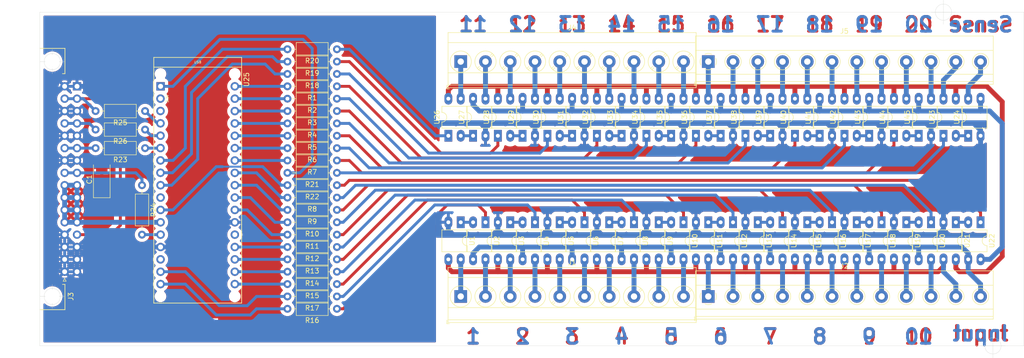
<source format=kicad_pcb>
(kicad_pcb (version 20171130) (host pcbnew "(5.1.2)-1")
  (layers (0 F.Cu signal) (31 B.Cu signal) (34 B.Paste user hide) (35 F.Paste user hide) (36 B.SilkS user hide) (37 F.SilkS user hide) (38 B.Mask user) (39 F.Mask user) (44 Edge.Cuts user))
  (net 0 "")
  (net 1 "Net-(J2-Pad10)")
  (net 2 "Net-(J2-Pad9)")
  (net 3 "Net-(J2-Pad8)")
  (net 4 "Net-(J2-Pad7)")
  (net 5 "Net-(J2-Pad6)")
  (net 6 "Net-(J2-Pad5)")
  (net 7 "Net-(J2-Pad4)")
  (net 8 "Net-(J2-Pad3)")
  (net 9 "Net-(J2-Pad2)")
  (net 10 "Net-(J2-Pad1)")
  (net 11 "Net-(J4-Pad10)")
  (net 12 "Net-(J4-Pad9)")
  (net 13 "Net-(J4-Pad8)")
  (net 14 "Net-(J4-Pad7)")
  (net 15 "Net-(J4-Pad6)")
  (net 16 "Net-(J4-Pad5)")
  (net 17 "Net-(J4-Pad4)")
  (net 18 "Net-(J4-Pad3)")
  (net 19 "Net-(J4-Pad2)")
  (net 20 "Net-(J4-Pad1)")
  (net 21 "Net-(U1-Pad1)")
  (net 22 GND)
  (net 23 "Net-(U11-Pad1)")
  (net 24 "Net-(U10-Pad2)")
  (net 25 "Net-(U23-Pad2)")
  (net 26 "Net-(U26-Pad2)")
  (net 27 "Net-(U30-Pad2)")
  (net 28 "Net-(U34-Pad2)")
  (net 29 /SENSE_LO)
  (net 30 "Net-(J5-Pad10)")
  (net 31 "Net-(J5-Pad9)")
  (net 32 "Net-(J5-Pad8)")
  (net 33 "Net-(J5-Pad7)")
  (net 34 "Net-(J5-Pad6)")
  (net 35 "Net-(J5-Pad5)")
  (net 36 "Net-(J5-Pad4)")
  (net 37 "Net-(J5-Pad3)")
  (net 38 "Net-(J5-Pad2)")
  (net 39 "Net-(J5-Pad1)")
  (net 40 STROBE)
  (net 41 CLK)
  (net 42 +5V)
  (net 43 DATA)
  (net 44 "Net-(U19-Pad1)")
  (net 45 "Net-(U15-Pad1)")
  (net 46 "Net-(U38-Pad2)")
  (net 47 "Net-(U42-Pad2)")
  (net 48 RESET)
  (net 49 "Net-(J1-Pad10)")
  (net 50 "Net-(J1-Pad9)")
  (net 51 "Net-(J1-Pad8)")
  (net 52 "Net-(J1-Pad7)")
  (net 53 "Net-(J1-Pad6)")
  (net 54 "Net-(J1-Pad5)")
  (net 55 "Net-(J1-Pad4)")
  (net 56 "Net-(J1-Pad3)")
  (net 57 "Net-(J1-Pad2)")
  (net 58 "Net-(J1-Pad1)")
  (net 59 "Net-(U13-Pad1)")
  (net 60 "Net-(U17-Pad1)")
  (net 61 "Net-(U21-Pad1)")
  (net 62 "Net-(U28-Pad2)")
  (net 63 "Net-(U32-Pad2)")
  (net 64 "Net-(U36-Pad2)")
  (net 65 "Net-(U40-Pad2)")
  (net 66 "Net-(U44-Pad2)")
  (net 67 "Net-(J2-Pad12)")
  (net 68 "Net-(J2-Pad11)")
  (net 69 "Net-(U3-Pad1)")
  (net 70 "Net-(U5-Pad1)")
  (net 71 "Net-(U7-Pad1)")
  (net 72 "Net-(U21-Pad4)")
  (net 73 "Net-(U22-Pad4)")
  (net 74 "Net-(R18-Pad2)")
  (net 75 "Net-(R19-Pad2)")
  (net 76 "Net-(R20-Pad2)")
  (net 77 "Net-(R14-Pad2)")
  (net 78 "Net-(R16-Pad2)")
  (net 79 "Net-(R1-Pad2)")
  (net 80 "Net-(R2-Pad2)")
  (net 81 "Net-(R3-Pad2)")
  (net 82 "Net-(R4-Pad2)")
  (net 83 "Net-(R5-Pad2)")
  (net 84 "Net-(R6-Pad2)")
  (net 85 "Net-(R7-Pad2)")
  (net 86 "Net-(R8-Pad2)")
  (net 87 "Net-(R9-Pad2)")
  (net 88 "Net-(R10-Pad2)")
  (net 89 "Net-(R11-Pad2)")
  (net 90 "Net-(R12-Pad2)")
  (net 91 "Net-(R13-Pad2)")
  (net 92 "Net-(R15-Pad2)")
  (net 93 "Net-(R17-Pad2)")
  (net 94 "Net-(J5-Pad12)")
  (net 95 CH1)
  (net 96 CH2)
  (net 97 CH3)
  (net 98 CH4)
  (net 99 CH5)
  (net 100 CH6)
  (net 101 CH7)
  (net 102 CH8)
  (net 103 CH9)
  (net 104 CH10)
  (net 105 CH11)
  (net 106 CH12)
  (net 107 CH13)
  (net 108 CH14)
  (net 109 CH15)
  (net 110 CH16)
  (net 111 CH17)
  (net 112 CH18)
  (net 113 CH19)
  (net 114 CH20)
  (net 115 BUSB_2_INPUT)
  (net 116 BUSB_2_SENSE)
  (net 117 "Net-(U25-Pad22)")
  (net 118 "Net-(U25-Pad15)")
  (net 119 "Net-(U25-Pad3)")
  (net 120 "Net-(U25-Pad2)")
  (net 121 "Net-(R21-Pad2)")
  (net 122 "Net-(R22-Pad2)")
  (net 123 "Net-(R24-Pad2)")
  (net 124 "Net-(U25-Pad10)")
  (net 125 "Net-(R23-Pad1)")
  (net 126 "Net-(R25-Pad1)")
  (net 127 "Net-(R26-Pad1)")
  (module cozKiCadLibrary:DIN41612_B2_2x16_Horizontal (layer F.Cu) (at 30.48 139.7 90)
    (fp_text reference J3 (at -5.08 1.27 90) (layer F.SilkS))
    (fp_text value Conn_02x16_Top_Bottom)
    (pad 1 thru_hole rect (at 38.1 2.54 270) (size 1.7 1.7) (drill 1) (layers *.Cu B.Mask) (net 22 GND))
    (pad 17 thru_hole circle (at 38.1 0 270) (size 1.7 1.7) (drill 1) (layers *.Cu *.Mask) (net 22 GND))
    (pad 2 thru_hole circle (at 35.56 2.54 270) (size 1.7 1.7) (drill 1) (layers *.Cu *.Mask) (net 43 DATA))
    (pad 18 thru_hole circle (at 35.56 0 270) (size 1.7 1.7) (drill 1) (layers *.Cu *.Mask) (net 43 DATA))
    (pad 3 thru_hole circle (at 33.02 2.54 270) (size 1.7 1.7) (drill 1) (layers *.Cu *.Mask) (net 22 GND))
    (pad 19 thru_hole circle (at 33.02 0 270) (size 1.7 1.7) (drill 1) (layers *.Cu *.Mask) (net 22 GND))
    (pad 4 thru_hole circle (at 30.48 2.54 270) (size 1.7 1.7) (drill 1) (layers *.Cu *.Mask) (net 41 CLK))
    (pad 20 thru_hole circle (at 30.48 0 270) (size 1.7 1.7) (drill 1) (layers *.Cu *.Mask) (net 41 CLK))
    (pad 5 thru_hole circle (at 27.94 2.54 270) (size 1.7 1.7) (drill 1) (layers *.Cu *.Mask) (net 22 GND))
    (pad 21 thru_hole circle (at 27.94 0 270) (size 1.7 1.7) (drill 1) (layers *.Cu *.Mask) (net 22 GND))
    (pad 6 thru_hole circle (at 25.4 2.54 270) (size 1.7 1.7) (drill 1) (layers *.Cu *.Mask) (net 40 STROBE))
    (pad 22 thru_hole circle (at 25.4 0 270) (size 1.7 1.7) (drill 1) (layers *.Cu *.Mask) (net 40 STROBE))
    (pad 7 thru_hole circle (at 22.86 2.54 270) (size 1.7 1.7) (drill 1) (layers *.Cu *.Mask) (net 22 GND))
    (pad 23 thru_hole circle (at 22.86 0 270) (size 1.7 1.7) (drill 1) (layers *.Cu *.Mask) (net 22 GND))
    (pad 8 thru_hole circle (at 20.32 2.54 270) (size 1.7 1.7) (drill 1) (layers *.Cu *.Mask) (net 48 RESET))
    (pad 24 thru_hole circle (at 20.32 0 270) (size 1.7 1.7) (drill 1) (layers *.Cu *.Mask) (net 48 RESET))
    (pad 9 thru_hole circle (at 17.78 2.54 270) (size 1.7 1.7) (drill 1) (layers *.Cu *.Mask) (net 42 +5V))
    (pad 25 thru_hole circle (at 17.78 0 270) (size 1.7 1.7) (drill 1) (layers *.Cu *.Mask) (net 42 +5V))
    (pad 10 thru_hole circle (at 15.24 2.54 270) (size 1.7 1.7) (drill 1) (layers *.Cu *.Mask) (net 42 +5V))
    (pad 26 thru_hole circle (at 15.24 0 270) (size 1.7 1.7) (drill 1) (layers *.Cu *.Mask) (net 42 +5V))
    (pad 11 thru_hole circle (at 12.7 2.54 270) (size 1.7 1.7) (drill 1) (layers *.Cu *.Mask) (net 42 +5V))
    (pad 27 thru_hole circle (at 12.7 0 270) (size 1.7 1.7) (drill 1) (layers *.Cu *.Mask) (net 42 +5V))
    (pad 12 thru_hole circle (at 10.16 2.54 270) (size 1.7 1.7) (drill 1) (layers *.Cu *.Mask) (net 42 +5V))
    (pad 28 thru_hole circle (at 10.16 0 270) (size 1.7 1.7) (drill 1) (layers *.Cu *.Mask) (net 42 +5V))
    (pad 13 thru_hole circle (at 7.62 2.54 270) (size 1.7 1.7) (drill 1) (layers *.Cu *.Mask) (net 43 DATA))
    (pad 29 thru_hole circle (at 7.62 0 270) (size 1.7 1.7) (drill 1) (layers *.Cu *.Mask) (net 22 GND))
    (pad 14 thru_hole circle (at 5.08 2.54 270) (size 1.7 1.7) (drill 1) (layers *.Cu *.Mask) (net 22 GND))
    (pad 30 thru_hole circle (at 5.08 0 270) (size 1.7 1.7) (drill 1) (layers *.Cu *.Mask) (net 22 GND))
    (pad 15 thru_hole circle (at 2.54 2.54 270) (size 1.7 1.7) (drill 1) (layers *.Cu *.Mask) (net 22 GND))
    (pad 31 thru_hole circle (at 2.54 0 270) (size 1.7 1.7) (drill 1) (layers *.Cu *.Mask) (net 22 GND))
    (pad 16 thru_hole circle (at 0 2.54 270) (size 1.7 1.7) (drill 1) (layers *.Cu *.Mask) (net 22 GND))
    (pad 32 thru_hole circle (at 0 0 270) (size 1.7 1.7) (drill 1) (layers *.Cu *.Mask) (net 22 GND))
    (pad "" np_thru_hole circle (at -5.08 -2.54 90) (size 2.8 2.8) (drill 2.8) (layers *.Cu *.Mask))
    (pad "" np_thru_hole circle (at 43.18 -2.54 90) (size 2.8 2.8) (drill 2.8) (layers *.Cu *.Mask))
  )
  (module Capacitor_Tantalum_SMD:CP_EIA-6032-20_AVX-F (layer F.Cu) (at 38.1 120.7275 90)
    (fp_text reference C1 (at 0 -2.55 90) (layer F.SilkS))
    (fp_text value 10u)
    (pad 2 smd roundrect (at 2.4625 0 90) (size 2.075 2.35) (layers F.Cu F.Paste F.Mask) (roundrect_rratio 0.120482) (net 22 GND))
    (pad 1 smd roundrect (at -2.4625 0 90) (size 2.075 2.35) (layers F.Cu F.Paste F.Mask) (roundrect_rratio 0.120482) (net 42 +5V))
  )
  (module Resistor_THT:R_Axial_DIN0207_L6.3mm_D2.5mm_P10.16mm_Horizontal (layer F.Cu) (at 46.99 110.49 180)
    (fp_text reference R26 (at 5.08 -2.37) (layer F.SilkS))
    (fp_text value R)
    (pad 2 thru_hole oval (at 10.16 0 180) (size 1.6 1.6) (drill 0.8) (layers *.Cu *.Mask) (net 41 CLK))
    (pad 1 thru_hole circle (at 0 0 180) (size 1.6 1.6) (drill 0.8) (layers *.Cu *.Mask) (net 127 "Net-(R26-Pad1)"))
  )
  (module Resistor_THT:R_Axial_DIN0207_L6.3mm_D2.5mm_P10.16mm_Horizontal (layer F.Cu) (at 46.99 106.68 180)
    (fp_text reference R25 (at 5.08 -2.37) (layer F.SilkS))
    (fp_text value R)
    (pad 2 thru_hole oval (at 10.16 0 180) (size 1.6 1.6) (drill 0.8) (layers *.Cu *.Mask) (net 43 DATA))
    (pad 1 thru_hole circle (at 0 0 180) (size 1.6 1.6) (drill 0.8) (layers *.Cu *.Mask) (net 126 "Net-(R25-Pad1)"))
  )
  (module Resistor_THT:R_Axial_DIN0207_L6.3mm_D2.5mm_P10.16mm_Horizontal (layer F.Cu) (at 46.355 121.92 270)
    (fp_text reference R24 (at 5.08 -2.37 90) (layer F.SilkS))
    (fp_text value R)
    (pad 2 thru_hole oval (at 10.16 0 270) (size 1.6 1.6) (drill 0.8) (layers *.Cu *.Mask) (net 123 "Net-(R24-Pad2)"))
    (pad 1 thru_hole circle (at 0 0 270) (size 1.6 1.6) (drill 0.8) (layers *.Cu *.Mask) (net 48 RESET))
  )
  (module Resistor_THT:R_Axial_DIN0207_L6.3mm_D2.5mm_P10.16mm_Horizontal (layer F.Cu) (at 46.99 114.3 180)
    (fp_text reference R23 (at 5.08 -2.37) (layer F.SilkS))
    (fp_text value R)
    (pad 2 thru_hole oval (at 10.16 0 180) (size 1.6 1.6) (drill 0.8) (layers *.Cu *.Mask) (net 40 STROBE))
    (pad 1 thru_hole circle (at 0 0 180) (size 1.6 1.6) (drill 0.8) (layers *.Cu *.Mask) (net 125 "Net-(R23-Pad1)"))
  )
  (module cozKiCadLibrary:DIP-4_W7.62mm_LongPads_coz (layer F.Cu) (at 152.4 129.54 270)
    (fp_text reference U9 (at 3.81 -2.33 90) (layer F.SilkS))
    (fp_text value TLP3558)
    (pad 4 thru_hole oval (at 7.62 0 270) (size 2.4 1.6) (drill 0.8) (layers *.Cu *.Mask) (net 50 "Net-(J1-Pad9)"))
    (pad 2 thru_hole oval (at 0 2.54 270) (size 2.4 1.6) (drill 0.8) (layers *.Cu *.Mask) (net 22 GND))
    (pad 3 thru_hole oval (at 7.62 2.54 270) (size 2.4 1.6) (drill 0.8) (layers *.Cu *.Mask) (net 68 "Net-(J2-Pad11)"))
    (pad 1 thru_hole rect (at 0 0 270) (size 2.4 1.6) (drill 0.8) (layers *.Cu *.Mask) (net 24 "Net-(U10-Pad2)"))
  )
  (module cozKiCadLibrary:DIP-4_W7.62mm_LongPads_coz (layer F.Cu) (at 200.66 111.76 90)
    (fp_text reference U44 (at 3.81 -2.33 90) (layer F.SilkS))
    (fp_text value TLP3558)
    (pad 4 thru_hole oval (at 7.62 0 90) (size 2.4 1.6) (drill 0.8) (layers *.Cu *.Mask) (net 72 "Net-(U21-Pad4)"))
    (pad 2 thru_hole oval (at 0 2.54 90) (size 2.4 1.6) (drill 0.8) (layers *.Cu *.Mask) (net 66 "Net-(U44-Pad2)"))
    (pad 3 thru_hole oval (at 7.62 2.54 90) (size 2.4 1.6) (drill 0.8) (layers *.Cu *.Mask) (net 31 "Net-(J5-Pad9)"))
    (pad 1 thru_hole rect (at 0 0 90) (size 2.4 1.6) (drill 0.8) (layers *.Cu *.Mask) (net 114 CH20))
  )
  (module TerminalBlock_Phoenix:TerminalBlock_Phoenix_MKDS-1,5-12-5.08_1x12_P5.08mm_Horizontal (layer F.Cu) (at 162.56 144.78)
    (fp_text reference J2 (at 27.94 -6.26) (layer F.SilkS))
    (fp_text value Screw_Terminal_01x12)
    (pad 12 thru_hole circle (at 55.88 0) (size 2.6 2.6) (drill 1.3) (layers *.Cu *.Mask) (net 67 "Net-(J2-Pad12)"))
    (pad 11 thru_hole circle (at 50.8 0) (size 2.6 2.6) (drill 1.3) (layers *.Cu *.Mask) (net 68 "Net-(J2-Pad11)"))
    (pad 10 thru_hole circle (at 45.72 0) (size 2.6 2.6) (drill 1.3) (layers *.Cu *.Mask) (net 1 "Net-(J2-Pad10)"))
    (pad 9 thru_hole circle (at 40.64 0) (size 2.6 2.6) (drill 1.3) (layers *.Cu *.Mask) (net 2 "Net-(J2-Pad9)"))
    (pad 8 thru_hole circle (at 35.56 0) (size 2.6 2.6) (drill 1.3) (layers *.Cu *.Mask) (net 3 "Net-(J2-Pad8)"))
    (pad 7 thru_hole circle (at 30.48 0) (size 2.6 2.6) (drill 1.3) (layers *.Cu *.Mask) (net 4 "Net-(J2-Pad7)"))
    (pad 6 thru_hole circle (at 25.4 0) (size 2.6 2.6) (drill 1.3) (layers *.Cu *.Mask) (net 5 "Net-(J2-Pad6)"))
    (pad 5 thru_hole circle (at 20.32 0) (size 2.6 2.6) (drill 1.3) (layers *.Cu *.Mask) (net 6 "Net-(J2-Pad5)"))
    (pad 4 thru_hole circle (at 15.24 0) (size 2.6 2.6) (drill 1.3) (layers *.Cu *.Mask) (net 7 "Net-(J2-Pad4)"))
    (pad 3 thru_hole circle (at 10.16 0) (size 2.6 2.6) (drill 1.3) (layers *.Cu *.Mask) (net 8 "Net-(J2-Pad3)"))
    (pad 2 thru_hole circle (at 5.08 0) (size 2.6 2.6) (drill 1.3) (layers *.Cu *.Mask) (net 9 "Net-(J2-Pad2)"))
    (pad 1 thru_hole rect (at 0 0) (size 2.6 2.6) (drill 1.3) (layers *.Cu *.Mask) (net 10 "Net-(J2-Pad1)"))
  )
  (module TerminalBlock_Phoenix:TerminalBlock_Phoenix_MKDS-3-10-5.08_1x10_P5.08mm_Horizontal (layer F.Cu) (at 111.76 96.52)
    (fp_text reference J4 (at 22.86 -6.96) (layer F.SilkS))
    (fp_text value Screw_Terminal_01x10)
    (pad 10 thru_hole circle (at 45.72 0) (size 2.6 2.6) (drill 1.3) (layers *.Cu *.Mask) (net 11 "Net-(J4-Pad10)"))
    (pad 9 thru_hole circle (at 40.64 0) (size 2.6 2.6) (drill 1.3) (layers *.Cu *.Mask) (net 12 "Net-(J4-Pad9)"))
    (pad 8 thru_hole circle (at 35.56 0) (size 2.6 2.6) (drill 1.3) (layers *.Cu *.Mask) (net 13 "Net-(J4-Pad8)"))
    (pad 7 thru_hole circle (at 30.48 0) (size 2.6 2.6) (drill 1.3) (layers *.Cu *.Mask) (net 14 "Net-(J4-Pad7)"))
    (pad 6 thru_hole circle (at 25.4 0) (size 2.6 2.6) (drill 1.3) (layers *.Cu *.Mask) (net 15 "Net-(J4-Pad6)"))
    (pad 5 thru_hole circle (at 20.32 0) (size 2.6 2.6) (drill 1.3) (layers *.Cu *.Mask) (net 16 "Net-(J4-Pad5)"))
    (pad 4 thru_hole circle (at 15.24 0) (size 2.6 2.6) (drill 1.3) (layers *.Cu *.Mask) (net 17 "Net-(J4-Pad4)"))
    (pad 3 thru_hole circle (at 10.16 0) (size 2.6 2.6) (drill 1.3) (layers *.Cu *.Mask) (net 18 "Net-(J4-Pad3)"))
    (pad 2 thru_hole circle (at 5.08 0) (size 2.6 2.6) (drill 1.3) (layers *.Cu *.Mask) (net 19 "Net-(J4-Pad2)"))
    (pad 1 thru_hole rect (at 0 0) (size 2.6 2.6) (drill 1.3) (layers *.Cu *.Mask) (net 20 "Net-(J4-Pad1)"))
  )
  (module Resistor_THT:R_Axial_DIN0207_L6.3mm_D2.5mm_P10.16mm_Horizontal (layer F.Cu) (at 86.36 121.92 180)
    (fp_text reference R22 (at 5.08 -2.37) (layer F.SilkS))
    (fp_text value R)
    (pad 2 thru_hole oval (at 10.16 0 180) (size 1.6 1.6) (drill 0.8) (layers *.Cu *.Mask) (net 122 "Net-(R22-Pad2)"))
    (pad 1 thru_hole circle (at 0 0 180) (size 1.6 1.6) (drill 0.8) (layers *.Cu *.Mask) (net 115 BUSB_2_INPUT))
  )
  (module Resistor_THT:R_Axial_DIN0207_L6.3mm_D2.5mm_P10.16mm_Horizontal (layer F.Cu) (at 86.36 119.38 180)
    (fp_text reference R21 (at 5.08 -2.37) (layer F.SilkS))
    (fp_text value R)
    (pad 2 thru_hole oval (at 10.16 0 180) (size 1.6 1.6) (drill 0.8) (layers *.Cu *.Mask) (net 121 "Net-(R21-Pad2)"))
    (pad 1 thru_hole circle (at 0 0 180) (size 1.6 1.6) (drill 0.8) (layers *.Cu *.Mask) (net 116 BUSB_2_SENSE))
  )
  (module Resistor_THT:R_Axial_DIN0207_L6.3mm_D2.5mm_P10.16mm_Horizontal (layer F.Cu) (at 86.36 99.06 180)
    (fp_text reference R18 (at 5.08 -2.37) (layer F.SilkS))
    (fp_text value R)
    (pad 2 thru_hole oval (at 10.16 0 180) (size 1.6 1.6) (drill 0.8) (layers *.Cu *.Mask) (net 74 "Net-(R18-Pad2)"))
    (pad 1 thru_hole circle (at 0 0 180) (size 1.6 1.6) (drill 0.8) (layers *.Cu *.Mask) (net 107 CH13))
  )
  (module cozKiCadLibrary:Arduino_Micro_Socket_coz (layer F.Cu) (at 50.165 101.6 270)
    (fp_text reference U25 (at -1.397 -17.653 90) (layer F.SilkS))
    (fp_text value Arduino_Micro)
    (fp_text user USB (at -4.953 -7.62) (layer F.SilkS) (effects (font (size 0.5 0.5) (thickness 0.075))))
    (fp_text user 3.3V (at 2.523 -1.397 90) (layer F.SilkS) (effects (font (size 0.5 0.5) (thickness 0.075))))
    (pad 34 thru_hole oval (at 0 -15.24 270) (size 1.7272 1.7272) (drill 1.016) (layers *.Cu *.Mask) (net 79 "Net-(R1-Pad2)"))
    (pad 33 thru_hole oval (at 2.54 -15.24 270) (size 1.7272 1.7272) (drill 1.016) (layers *.Cu *.Mask) (net 80 "Net-(R2-Pad2)"))
    (pad 32 thru_hole oval (at 5.08 -15.24 270) (size 1.7272 1.7272) (drill 1.016) (layers *.Cu *.Mask) (net 81 "Net-(R3-Pad2)"))
    (pad 31 thru_hole oval (at 7.62 -15.24 270) (size 1.7272 1.7272) (drill 1.016) (layers *.Cu *.Mask) (net 82 "Net-(R4-Pad2)"))
    (pad 30 thru_hole oval (at 10.16 -15.24 270) (size 1.7272 1.7272) (drill 1.016) (layers *.Cu *.Mask) (net 83 "Net-(R5-Pad2)"))
    (pad 29 thru_hole oval (at 12.7 -15.24 270) (size 1.7272 1.7272) (drill 1.016) (layers *.Cu *.Mask) (net 84 "Net-(R6-Pad2)"))
    (pad 28 thru_hole oval (at 15.24 -15.24 270) (size 1.7272 1.7272) (drill 1.016) (layers *.Cu *.Mask) (net 85 "Net-(R7-Pad2)"))
    (pad 27 thru_hole oval (at 17.78 -15.24 270) (size 1.7272 1.7272) (drill 1.016) (layers *.Cu *.Mask) (net 86 "Net-(R8-Pad2)"))
    (pad 26 thru_hole oval (at 20.32 -15.24 270) (size 1.7272 1.7272) (drill 1.016) (layers *.Cu *.Mask) (net 87 "Net-(R9-Pad2)"))
    (pad 25 thru_hole oval (at 22.86 -15.24 270) (size 1.7272 1.7272) (drill 1.016) (layers *.Cu *.Mask) (net 88 "Net-(R10-Pad2)"))
    (pad 24 thru_hole oval (at 25.4 -15.24 270) (size 1.7272 1.7272) (drill 1.016) (layers *.Cu *.Mask) (net 89 "Net-(R11-Pad2)"))
    (pad 23 thru_hole oval (at 27.94 -15.24 270) (size 1.7272 1.7272) (drill 1.016) (layers *.Cu *.Mask) (net 22 GND))
    (pad 22 thru_hole oval (at 30.48 -15.24 270) (size 1.7272 1.7272) (drill 1.016) (layers *.Cu *.Mask) (net 117 "Net-(U25-Pad22)"))
    (pad 21 thru_hole oval (at 33.02 -15.24 270) (size 1.7272 1.7272) (drill 1.016) (layers *.Cu *.Mask) (net 90 "Net-(R12-Pad2)"))
    (pad 20 thru_hole oval (at 35.56 -15.24 270) (size 1.7272 1.7272) (drill 1.016) (layers *.Cu *.Mask) (net 91 "Net-(R13-Pad2)"))
    (pad 19 thru_hole oval (at 38.1 -15.24 270) (size 1.7272 1.7272) (drill 1.016) (layers *.Cu *.Mask) (net 77 "Net-(R14-Pad2)"))
    (pad 18 thru_hole oval (at 40.64 -15.24 270) (size 1.7272 1.7272) (drill 1.016) (layers *.Cu *.Mask) (net 92 "Net-(R15-Pad2)"))
    (pad 17 thru_hole oval (at 40.64 0 270) (size 1.7272 1.7272) (drill 1.016) (layers *.Cu *.Mask) (net 78 "Net-(R16-Pad2)"))
    (pad 16 thru_hole oval (at 38.1 0 270) (size 1.7272 1.7272) (drill 1.016) (layers *.Cu *.Mask) (net 93 "Net-(R17-Pad2)"))
    (pad 15 thru_hole oval (at 35.56 0 270) (size 1.7272 1.7272) (drill 1.016) (layers *.Cu *.Mask) (net 118 "Net-(U25-Pad15)"))
    (pad 14 thru_hole oval (at 33.02 0 270) (size 1.7272 1.7272) (drill 1.016) (layers *.Cu *.Mask) (net 22 GND))
    (pad 13 thru_hole oval (at 30.48 0 270) (size 1.7272 1.7272) (drill 1.016) (layers *.Cu *.Mask) (net 123 "Net-(R24-Pad2)"))
    (pad 12 thru_hole oval (at 27.94 0 270) (size 1.7272 1.7272) (drill 1.016) (layers *.Cu *.Mask) (net 42 +5V))
    (pad 11 thru_hole oval (at 25.4 0 270) (size 1.7272 1.7272) (drill 1.016) (layers *.Cu *.Mask) (net 122 "Net-(R22-Pad2)"))
    (pad 10 thru_hole oval (at 22.86 0 270) (size 1.7272 1.7272) (drill 1.016) (layers *.Cu *.Mask) (net 124 "Net-(U25-Pad10)"))
    (pad 9 thru_hole oval (at 20.32 0 270) (size 1.7272 1.7272) (drill 1.016) (layers *.Cu *.Mask) (net 74 "Net-(R18-Pad2)"))
    (pad 8 thru_hole oval (at 17.763 0.017 270) (size 1.7272 1.7272) (drill 1.016) (layers *.Cu *.Mask) (net 75 "Net-(R19-Pad2)"))
    (pad 7 thru_hole oval (at 15.223 0.017 270) (size 1.7272 1.7272) (drill 1.016) (layers *.Cu *.Mask) (net 76 "Net-(R20-Pad2)"))
    (pad 6 thru_hole oval (at 12.683 0.017 270) (size 1.7272 1.7272) (drill 1.016) (layers *.Cu *.Mask) (net 125 "Net-(R23-Pad1)"))
    (pad 5 thru_hole oval (at 10.143 0.017 270) (size 1.7272 1.7272) (drill 1.016) (layers *.Cu *.Mask) (net 127 "Net-(R26-Pad1)"))
    (pad 3 thru_hole oval (at 5.063 0.017 270) (size 1.7272 1.7272) (drill 1.016) (layers *.Cu *.Mask) (net 119 "Net-(U25-Pad3)"))
    (pad "" np_thru_hole circle (at -2.557 0.017 270) (size 1.016 1.016) (drill 1.016) (layers *.Cu *.Mask))
    (pad 2 thru_hole oval (at 2.523 0.017 270) (size 1.7272 1.7272) (drill 1.016) (layers *.Cu *.Mask) (net 120 "Net-(U25-Pad2)"))
    (pad 4 thru_hole oval (at 7.603 0.017 270) (size 1.7272 1.7272) (drill 1.016) (layers *.Cu *.Mask) (net 126 "Net-(R25-Pad1)"))
    (pad 1 thru_hole rect (at 0 0 270) (size 1.7272 1.7272) (drill 1.016) (layers *.Cu *.Mask) (net 121 "Net-(R21-Pad2)"))
    (pad "" np_thru_hole circle (at 43.163 0.017 270) (size 1.016 1.016) (drill 1.016) (layers *.Cu *.Mask))
    (pad "" np_thru_hole circle (at -2.557 -15.223 270) (size 1.016 1.016) (drill 1.016) (layers *.Cu *.Mask))
    (pad "" np_thru_hole circle (at 43.163 -15.223 270) (size 1.016 1.016) (drill 1.016) (layers *.Cu *.Mask))
  )
  (module cozKiCadLibrary:DIP-4_W7.62mm_LongPads_coz (layer F.Cu) (at 205.74 111.76 90)
    (fp_text reference U45 (at 3.81 -2.33 90) (layer F.SilkS))
    (fp_text value TLP3558)
    (pad 4 thru_hole oval (at 7.62 0 90) (size 2.4 1.6) (drill 0.8) (layers *.Cu *.Mask) (net 73 "Net-(U22-Pad4)"))
    (pad 2 thru_hole oval (at 0 2.54 90) (size 2.4 1.6) (drill 0.8) (layers *.Cu *.Mask) (net 22 GND))
    (pad 3 thru_hole oval (at 7.62 2.54 90) (size 2.4 1.6) (drill 0.8) (layers *.Cu *.Mask) (net 30 "Net-(J5-Pad10)"))
    (pad 1 thru_hole rect (at 0 0 90) (size 2.4 1.6) (drill 0.8) (layers *.Cu *.Mask) (net 66 "Net-(U44-Pad2)"))
  )
  (module cozKiCadLibrary:DIP-4_W7.62mm_LongPads_coz (layer F.Cu) (at 195.58 111.76 90)
    (fp_text reference U43 (at 3.81 -2.33 90) (layer F.SilkS))
    (fp_text value TLP3558)
    (pad 4 thru_hole oval (at 7.62 0 90) (size 2.4 1.6) (drill 0.8) (layers *.Cu *.Mask) (net 73 "Net-(U22-Pad4)"))
    (pad 2 thru_hole oval (at 0 2.54 90) (size 2.4 1.6) (drill 0.8) (layers *.Cu *.Mask) (net 22 GND))
    (pad 3 thru_hole oval (at 7.62 2.54 90) (size 2.4 1.6) (drill 0.8) (layers *.Cu *.Mask) (net 32 "Net-(J5-Pad8)"))
    (pad 1 thru_hole rect (at 0 0 90) (size 2.4 1.6) (drill 0.8) (layers *.Cu *.Mask) (net 47 "Net-(U42-Pad2)"))
  )
  (module cozKiCadLibrary:DIP-4_W7.62mm_LongPads_coz (layer F.Cu) (at 190.5 111.76 90)
    (fp_text reference U42 (at 3.81 -2.33 90) (layer F.SilkS))
    (fp_text value TLP3558)
    (pad 4 thru_hole oval (at 7.62 0 90) (size 2.4 1.6) (drill 0.8) (layers *.Cu *.Mask) (net 72 "Net-(U21-Pad4)"))
    (pad 2 thru_hole oval (at 0 2.54 90) (size 2.4 1.6) (drill 0.8) (layers *.Cu *.Mask) (net 47 "Net-(U42-Pad2)"))
    (pad 3 thru_hole oval (at 7.62 2.54 90) (size 2.4 1.6) (drill 0.8) (layers *.Cu *.Mask) (net 33 "Net-(J5-Pad7)"))
    (pad 1 thru_hole rect (at 0 0 90) (size 2.4 1.6) (drill 0.8) (layers *.Cu *.Mask) (net 113 CH19))
  )
  (module cozKiCadLibrary:DIP-4_W7.62mm_LongPads_coz (layer F.Cu) (at 185.42 111.76 90)
    (fp_text reference U41 (at 3.81 -2.33 90) (layer F.SilkS))
    (fp_text value TLP3558)
    (pad 4 thru_hole oval (at 7.62 0 90) (size 2.4 1.6) (drill 0.8) (layers *.Cu *.Mask) (net 73 "Net-(U22-Pad4)"))
    (pad 2 thru_hole oval (at 0 2.54 90) (size 2.4 1.6) (drill 0.8) (layers *.Cu *.Mask) (net 22 GND))
    (pad 3 thru_hole oval (at 7.62 2.54 90) (size 2.4 1.6) (drill 0.8) (layers *.Cu *.Mask) (net 34 "Net-(J5-Pad6)"))
    (pad 1 thru_hole rect (at 0 0 90) (size 2.4 1.6) (drill 0.8) (layers *.Cu *.Mask) (net 65 "Net-(U40-Pad2)"))
  )
  (module cozKiCadLibrary:DIP-4_W7.62mm_LongPads_coz (layer F.Cu) (at 180.34 111.76 90)
    (fp_text reference U40 (at 3.81 -2.33 90) (layer F.SilkS))
    (fp_text value TLP3558)
    (pad 4 thru_hole oval (at 7.62 0 90) (size 2.4 1.6) (drill 0.8) (layers *.Cu *.Mask) (net 72 "Net-(U21-Pad4)"))
    (pad 2 thru_hole oval (at 0 2.54 90) (size 2.4 1.6) (drill 0.8) (layers *.Cu *.Mask) (net 65 "Net-(U40-Pad2)"))
    (pad 3 thru_hole oval (at 7.62 2.54 90) (size 2.4 1.6) (drill 0.8) (layers *.Cu *.Mask) (net 35 "Net-(J5-Pad5)"))
    (pad 1 thru_hole rect (at 0 0 90) (size 2.4 1.6) (drill 0.8) (layers *.Cu *.Mask) (net 112 CH18))
  )
  (module cozKiCadLibrary:DIP-4_W7.62mm_LongPads_coz (layer F.Cu) (at 175.26 111.76 90)
    (fp_text reference U39 (at 3.81 -2.33 90) (layer F.SilkS))
    (fp_text value TLP3558)
    (pad 4 thru_hole oval (at 7.62 0 90) (size 2.4 1.6) (drill 0.8) (layers *.Cu *.Mask) (net 73 "Net-(U22-Pad4)"))
    (pad 2 thru_hole oval (at 0 2.54 90) (size 2.4 1.6) (drill 0.8) (layers *.Cu *.Mask) (net 22 GND))
    (pad 3 thru_hole oval (at 7.62 2.54 90) (size 2.4 1.6) (drill 0.8) (layers *.Cu *.Mask) (net 36 "Net-(J5-Pad4)"))
    (pad 1 thru_hole rect (at 0 0 90) (size 2.4 1.6) (drill 0.8) (layers *.Cu *.Mask) (net 46 "Net-(U38-Pad2)"))
  )
  (module cozKiCadLibrary:DIP-4_W7.62mm_LongPads_coz (layer F.Cu) (at 170.18 111.76 90)
    (fp_text reference U38 (at 3.81 -2.33 90) (layer F.SilkS))
    (fp_text value TLP3558)
    (pad 4 thru_hole oval (at 7.62 0 90) (size 2.4 1.6) (drill 0.8) (layers *.Cu *.Mask) (net 72 "Net-(U21-Pad4)"))
    (pad 2 thru_hole oval (at 0 2.54 90) (size 2.4 1.6) (drill 0.8) (layers *.Cu *.Mask) (net 46 "Net-(U38-Pad2)"))
    (pad 3 thru_hole oval (at 7.62 2.54 90) (size 2.4 1.6) (drill 0.8) (layers *.Cu *.Mask) (net 37 "Net-(J5-Pad3)"))
    (pad 1 thru_hole rect (at 0 0 90) (size 2.4 1.6) (drill 0.8) (layers *.Cu *.Mask) (net 111 CH17))
  )
  (module cozKiCadLibrary:DIP-4_W7.62mm_LongPads_coz (layer F.Cu) (at 165.1 111.76 90)
    (fp_text reference U37 (at 3.81 -2.33 90) (layer F.SilkS))
    (fp_text value TLP3558)
    (pad 4 thru_hole oval (at 7.62 0 90) (size 2.4 1.6) (drill 0.8) (layers *.Cu *.Mask) (net 73 "Net-(U22-Pad4)"))
    (pad 2 thru_hole oval (at 0 2.54 90) (size 2.4 1.6) (drill 0.8) (layers *.Cu *.Mask) (net 22 GND))
    (pad 3 thru_hole oval (at 7.62 2.54 90) (size 2.4 1.6) (drill 0.8) (layers *.Cu *.Mask) (net 38 "Net-(J5-Pad2)"))
    (pad 1 thru_hole rect (at 0 0 90) (size 2.4 1.6) (drill 0.8) (layers *.Cu *.Mask) (net 64 "Net-(U36-Pad2)"))
  )
  (module cozKiCadLibrary:DIP-4_W7.62mm_LongPads_coz (layer F.Cu) (at 160.02 111.76 90)
    (fp_text reference U36 (at 3.81 -2.33 90) (layer F.SilkS))
    (fp_text value TLP3558)
    (pad 4 thru_hole oval (at 7.62 0 90) (size 2.4 1.6) (drill 0.8) (layers *.Cu *.Mask) (net 72 "Net-(U21-Pad4)"))
    (pad 2 thru_hole oval (at 0 2.54 90) (size 2.4 1.6) (drill 0.8) (layers *.Cu *.Mask) (net 64 "Net-(U36-Pad2)"))
    (pad 3 thru_hole oval (at 7.62 2.54 90) (size 2.4 1.6) (drill 0.8) (layers *.Cu *.Mask) (net 39 "Net-(J5-Pad1)"))
    (pad 1 thru_hole rect (at 0 0 90) (size 2.4 1.6) (drill 0.8) (layers *.Cu *.Mask) (net 110 CH16))
  )
  (module cozKiCadLibrary:DIP-4_W7.62mm_LongPads_coz (layer F.Cu) (at 154.94 111.76 90)
    (fp_text reference U35 (at 3.81 -2.33 90) (layer F.SilkS))
    (fp_text value TLP3558)
    (pad 4 thru_hole oval (at 7.62 0 90) (size 2.4 1.6) (drill 0.8) (layers *.Cu *.Mask) (net 73 "Net-(U22-Pad4)"))
    (pad 2 thru_hole oval (at 0 2.54 90) (size 2.4 1.6) (drill 0.8) (layers *.Cu *.Mask) (net 22 GND))
    (pad 3 thru_hole oval (at 7.62 2.54 90) (size 2.4 1.6) (drill 0.8) (layers *.Cu *.Mask) (net 11 "Net-(J4-Pad10)"))
    (pad 1 thru_hole rect (at 0 0 90) (size 2.4 1.6) (drill 0.8) (layers *.Cu *.Mask) (net 28 "Net-(U34-Pad2)"))
  )
  (module cozKiCadLibrary:DIP-4_W7.62mm_LongPads_coz (layer F.Cu) (at 149.86 111.76 90)
    (fp_text reference U34 (at 3.81 -2.33 90) (layer F.SilkS))
    (fp_text value TLP3558)
    (pad 4 thru_hole oval (at 7.62 0 90) (size 2.4 1.6) (drill 0.8) (layers *.Cu *.Mask) (net 72 "Net-(U21-Pad4)"))
    (pad 2 thru_hole oval (at 0 2.54 90) (size 2.4 1.6) (drill 0.8) (layers *.Cu *.Mask) (net 28 "Net-(U34-Pad2)"))
    (pad 3 thru_hole oval (at 7.62 2.54 90) (size 2.4 1.6) (drill 0.8) (layers *.Cu *.Mask) (net 12 "Net-(J4-Pad9)"))
    (pad 1 thru_hole rect (at 0 0 90) (size 2.4 1.6) (drill 0.8) (layers *.Cu *.Mask) (net 109 CH15))
  )
  (module cozKiCadLibrary:DIP-4_W7.62mm_LongPads_coz (layer F.Cu) (at 144.78 111.76 90)
    (fp_text reference U33 (at 3.81 -2.33 90) (layer F.SilkS))
    (fp_text value TLP3558)
    (pad 4 thru_hole oval (at 7.62 0 90) (size 2.4 1.6) (drill 0.8) (layers *.Cu *.Mask) (net 73 "Net-(U22-Pad4)"))
    (pad 2 thru_hole oval (at 0 2.54 90) (size 2.4 1.6) (drill 0.8) (layers *.Cu *.Mask) (net 22 GND))
    (pad 3 thru_hole oval (at 7.62 2.54 90) (size 2.4 1.6) (drill 0.8) (layers *.Cu *.Mask) (net 13 "Net-(J4-Pad8)"))
    (pad 1 thru_hole rect (at 0 0 90) (size 2.4 1.6) (drill 0.8) (layers *.Cu *.Mask) (net 63 "Net-(U32-Pad2)"))
  )
  (module cozKiCadLibrary:DIP-4_W7.62mm_LongPads_coz (layer F.Cu) (at 139.7 111.76 90)
    (fp_text reference U32 (at 3.81 -2.33 90) (layer F.SilkS))
    (fp_text value TLP3558)
    (pad 4 thru_hole oval (at 7.62 0 90) (size 2.4 1.6) (drill 0.8) (layers *.Cu *.Mask) (net 72 "Net-(U21-Pad4)"))
    (pad 2 thru_hole oval (at 0 2.54 90) (size 2.4 1.6) (drill 0.8) (layers *.Cu *.Mask) (net 63 "Net-(U32-Pad2)"))
    (pad 3 thru_hole oval (at 7.62 2.54 90) (size 2.4 1.6) (drill 0.8) (layers *.Cu *.Mask) (net 14 "Net-(J4-Pad7)"))
    (pad 1 thru_hole rect (at 0 0 90) (size 2.4 1.6) (drill 0.8) (layers *.Cu *.Mask) (net 108 CH14))
  )
  (module cozKiCadLibrary:DIP-4_W7.62mm_LongPads_coz (layer F.Cu) (at 134.62 111.76 90)
    (fp_text reference U31 (at 3.81 -2.33 90) (layer F.SilkS))
    (fp_text value TLP3558)
    (pad 4 thru_hole oval (at 7.62 0 90) (size 2.4 1.6) (drill 0.8) (layers *.Cu *.Mask) (net 73 "Net-(U22-Pad4)"))
    (pad 2 thru_hole oval (at 0 2.54 90) (size 2.4 1.6) (drill 0.8) (layers *.Cu *.Mask) (net 22 GND))
    (pad 3 thru_hole oval (at 7.62 2.54 90) (size 2.4 1.6) (drill 0.8) (layers *.Cu *.Mask) (net 15 "Net-(J4-Pad6)"))
    (pad 1 thru_hole rect (at 0 0 90) (size 2.4 1.6) (drill 0.8) (layers *.Cu *.Mask) (net 27 "Net-(U30-Pad2)"))
  )
  (module cozKiCadLibrary:DIP-4_W7.62mm_LongPads_coz (layer F.Cu) (at 129.54 111.76 90)
    (fp_text reference U30 (at 3.81 -2.33 90) (layer F.SilkS))
    (fp_text value TLP3558)
    (pad 4 thru_hole oval (at 7.62 0 90) (size 2.4 1.6) (drill 0.8) (layers *.Cu *.Mask) (net 72 "Net-(U21-Pad4)"))
    (pad 2 thru_hole oval (at 0 2.54 90) (size 2.4 1.6) (drill 0.8) (layers *.Cu *.Mask) (net 27 "Net-(U30-Pad2)"))
    (pad 3 thru_hole oval (at 7.62 2.54 90) (size 2.4 1.6) (drill 0.8) (layers *.Cu *.Mask) (net 16 "Net-(J4-Pad5)"))
    (pad 1 thru_hole rect (at 0 0 90) (size 2.4 1.6) (drill 0.8) (layers *.Cu *.Mask) (net 107 CH13))
  )
  (module cozKiCadLibrary:DIP-4_W7.62mm_LongPads_coz (layer F.Cu) (at 124.46 111.76 90)
    (fp_text reference U29 (at 3.81 -2.33 90) (layer F.SilkS))
    (fp_text value TLP3558)
    (pad 4 thru_hole oval (at 7.62 0 90) (size 2.4 1.6) (drill 0.8) (layers *.Cu *.Mask) (net 73 "Net-(U22-Pad4)"))
    (pad 2 thru_hole oval (at 0 2.54 90) (size 2.4 1.6) (drill 0.8) (layers *.Cu *.Mask) (net 22 GND))
    (pad 3 thru_hole oval (at 7.62 2.54 90) (size 2.4 1.6) (drill 0.8) (layers *.Cu *.Mask) (net 17 "Net-(J4-Pad4)"))
    (pad 1 thru_hole rect (at 0 0 90) (size 2.4 1.6) (drill 0.8) (layers *.Cu *.Mask) (net 62 "Net-(U28-Pad2)"))
  )
  (module cozKiCadLibrary:DIP-4_W7.62mm_LongPads_coz (layer F.Cu) (at 119.38 111.76 90)
    (fp_text reference U28 (at 3.81 -2.33 90) (layer F.SilkS))
    (fp_text value TLP3558)
    (pad 4 thru_hole oval (at 7.62 0 90) (size 2.4 1.6) (drill 0.8) (layers *.Cu *.Mask) (net 72 "Net-(U21-Pad4)"))
    (pad 2 thru_hole oval (at 0 2.54 90) (size 2.4 1.6) (drill 0.8) (layers *.Cu *.Mask) (net 62 "Net-(U28-Pad2)"))
    (pad 3 thru_hole oval (at 7.62 2.54 90) (size 2.4 1.6) (drill 0.8) (layers *.Cu *.Mask) (net 18 "Net-(J4-Pad3)"))
    (pad 1 thru_hole rect (at 0 0 90) (size 2.4 1.6) (drill 0.8) (layers *.Cu *.Mask) (net 106 CH12))
  )
  (module cozKiCadLibrary:DIP-4_W7.62mm_LongPads_coz (layer F.Cu) (at 114.3 111.76 90)
    (fp_text reference U27 (at 3.81 -2.33 90) (layer F.SilkS))
    (fp_text value TLP3558)
    (pad 4 thru_hole oval (at 7.62 0 90) (size 2.4 1.6) (drill 0.8) (layers *.Cu *.Mask) (net 73 "Net-(U22-Pad4)"))
    (pad 2 thru_hole oval (at 0 2.54 90) (size 2.4 1.6) (drill 0.8) (layers *.Cu *.Mask) (net 22 GND))
    (pad 3 thru_hole oval (at 7.62 2.54 90) (size 2.4 1.6) (drill 0.8) (layers *.Cu *.Mask) (net 19 "Net-(J4-Pad2)"))
    (pad 1 thru_hole rect (at 0 0 90) (size 2.4 1.6) (drill 0.8) (layers *.Cu *.Mask) (net 26 "Net-(U26-Pad2)"))
  )
  (module cozKiCadLibrary:DIP-4_W7.62mm_LongPads_coz (layer F.Cu) (at 109.22 111.76 90)
    (fp_text reference U26 (at 3.81 -2.33 90) (layer F.SilkS))
    (fp_text value TLP3558)
    (pad 4 thru_hole oval (at 7.62 0 90) (size 2.4 1.6) (drill 0.8) (layers *.Cu *.Mask) (net 72 "Net-(U21-Pad4)"))
    (pad 2 thru_hole oval (at 0 2.54 90) (size 2.4 1.6) (drill 0.8) (layers *.Cu *.Mask) (net 26 "Net-(U26-Pad2)"))
    (pad 3 thru_hole oval (at 7.62 2.54 90) (size 2.4 1.6) (drill 0.8) (layers *.Cu *.Mask) (net 20 "Net-(J4-Pad1)"))
    (pad 1 thru_hole rect (at 0 0 90) (size 2.4 1.6) (drill 0.8) (layers *.Cu *.Mask) (net 105 CH11))
  )
  (module cozKiCadLibrary:DIP-4_W7.62mm_LongPads_coz (layer F.Cu) (at 215.9 111.76 90)
    (fp_text reference U24 (at 3.81 -2.33 90) (layer F.SilkS))
    (fp_text value TLP3558)
    (pad 4 thru_hole oval (at 7.62 0 90) (size 2.4 1.6) (drill 0.8) (layers *.Cu *.Mask) (net 94 "Net-(J5-Pad12)"))
    (pad 2 thru_hole oval (at 0 2.54 90) (size 2.4 1.6) (drill 0.8) (layers *.Cu *.Mask) (net 22 GND))
    (pad 3 thru_hole oval (at 7.62 2.54 90) (size 2.4 1.6) (drill 0.8) (layers *.Cu *.Mask) (net 73 "Net-(U22-Pad4)"))
    (pad 1 thru_hole rect (at 0 0 90) (size 2.4 1.6) (drill 0.8) (layers *.Cu *.Mask) (net 25 "Net-(U23-Pad2)"))
  )
  (module cozKiCadLibrary:DIP-4_W7.62mm_LongPads_coz (layer F.Cu) (at 210.82 111.76 90)
    (fp_text reference U23 (at 3.81 -2.33 90) (layer F.SilkS))
    (fp_text value TLP3558)
    (pad 4 thru_hole oval (at 7.62 0 90) (size 2.4 1.6) (drill 0.8) (layers *.Cu *.Mask) (net 29 /SENSE_LO))
    (pad 2 thru_hole oval (at 0 2.54 90) (size 2.4 1.6) (drill 0.8) (layers *.Cu *.Mask) (net 25 "Net-(U23-Pad2)"))
    (pad 3 thru_hole oval (at 7.62 2.54 90) (size 2.4 1.6) (drill 0.8) (layers *.Cu *.Mask) (net 72 "Net-(U21-Pad4)"))
    (pad 1 thru_hole rect (at 0 0 90) (size 2.4 1.6) (drill 0.8) (layers *.Cu *.Mask) (net 116 BUSB_2_SENSE))
  )
  (module cozKiCadLibrary:DIP-4_W7.62mm_LongPads_coz (layer F.Cu) (at 218.44 129.54 270)
    (fp_text reference U22 (at 3.81 -2.33 90) (layer F.SilkS))
    (fp_text value TLP3558)
    (pad 4 thru_hole oval (at 7.62 0 270) (size 2.4 1.6) (drill 0.8) (layers *.Cu *.Mask) (net 73 "Net-(U22-Pad4)"))
    (pad 2 thru_hole oval (at 0 2.54 270) (size 2.4 1.6) (drill 0.8) (layers *.Cu *.Mask) (net 61 "Net-(U21-Pad1)"))
    (pad 3 thru_hole oval (at 7.62 2.54 270) (size 2.4 1.6) (drill 0.8) (layers *.Cu *.Mask) (net 67 "Net-(J2-Pad12)"))
    (pad 1 thru_hole rect (at 0 0 270) (size 2.4 1.6) (drill 0.8) (layers *.Cu *.Mask) (net 115 BUSB_2_INPUT))
  )
  (module cozKiCadLibrary:DIP-4_W7.62mm_LongPads_coz (layer F.Cu) (at 213.36 129.54 270)
    (fp_text reference U21 (at 3.81 -2.33 90) (layer F.SilkS))
    (fp_text value TLP3558)
    (pad 4 thru_hole oval (at 7.62 0 270) (size 2.4 1.6) (drill 0.8) (layers *.Cu *.Mask) (net 72 "Net-(U21-Pad4)"))
    (pad 2 thru_hole oval (at 0 2.54 270) (size 2.4 1.6) (drill 0.8) (layers *.Cu *.Mask) (net 22 GND))
    (pad 3 thru_hole oval (at 7.62 2.54 270) (size 2.4 1.6) (drill 0.8) (layers *.Cu *.Mask) (net 68 "Net-(J2-Pad11)"))
    (pad 1 thru_hole rect (at 0 0 270) (size 2.4 1.6) (drill 0.8) (layers *.Cu *.Mask) (net 61 "Net-(U21-Pad1)"))
  )
  (module cozKiCadLibrary:DIP-4_W7.62mm_LongPads_coz (layer F.Cu) (at 208.28 129.54 270)
    (fp_text reference U20 (at 3.81 -2.33 90) (layer F.SilkS))
    (fp_text value TLP3558)
    (pad 4 thru_hole oval (at 7.62 0 270) (size 2.4 1.6) (drill 0.8) (layers *.Cu *.Mask) (net 1 "Net-(J2-Pad10)"))
    (pad 2 thru_hole oval (at 0 2.54 270) (size 2.4 1.6) (drill 0.8) (layers *.Cu *.Mask) (net 44 "Net-(U19-Pad1)"))
    (pad 3 thru_hole oval (at 7.62 2.54 270) (size 2.4 1.6) (drill 0.8) (layers *.Cu *.Mask) (net 67 "Net-(J2-Pad12)"))
    (pad 1 thru_hole rect (at 0 0 270) (size 2.4 1.6) (drill 0.8) (layers *.Cu *.Mask) (net 104 CH10))
  )
  (module cozKiCadLibrary:DIP-4_W7.62mm_LongPads_coz (layer F.Cu) (at 203.2 129.54 270)
    (fp_text reference U19 (at 3.81 -2.33 90) (layer F.SilkS))
    (fp_text value TLP3558)
    (pad 4 thru_hole oval (at 7.62 0 270) (size 2.4 1.6) (drill 0.8) (layers *.Cu *.Mask) (net 2 "Net-(J2-Pad9)"))
    (pad 2 thru_hole oval (at 0 2.54 270) (size 2.4 1.6) (drill 0.8) (layers *.Cu *.Mask) (net 22 GND))
    (pad 3 thru_hole oval (at 7.62 2.54 270) (size 2.4 1.6) (drill 0.8) (layers *.Cu *.Mask) (net 68 "Net-(J2-Pad11)"))
    (pad 1 thru_hole rect (at 0 0 270) (size 2.4 1.6) (drill 0.8) (layers *.Cu *.Mask) (net 44 "Net-(U19-Pad1)"))
  )
  (module cozKiCadLibrary:DIP-4_W7.62mm_LongPads_coz (layer F.Cu) (at 198.12 129.54 270)
    (fp_text reference U18 (at 3.81 -2.33 90) (layer F.SilkS))
    (fp_text value TLP3558)
    (pad 4 thru_hole oval (at 7.62 0 270) (size 2.4 1.6) (drill 0.8) (layers *.Cu *.Mask) (net 3 "Net-(J2-Pad8)"))
    (pad 2 thru_hole oval (at 0 2.54 270) (size 2.4 1.6) (drill 0.8) (layers *.Cu *.Mask) (net 60 "Net-(U17-Pad1)"))
    (pad 3 thru_hole oval (at 7.62 2.54 270) (size 2.4 1.6) (drill 0.8) (layers *.Cu *.Mask) (net 67 "Net-(J2-Pad12)"))
    (pad 1 thru_hole rect (at 0 0 270) (size 2.4 1.6) (drill 0.8) (layers *.Cu *.Mask) (net 103 CH9))
  )
  (module cozKiCadLibrary:DIP-4_W7.62mm_LongPads_coz (layer F.Cu) (at 193.04 129.54 270)
    (fp_text reference U17 (at 3.81 -2.33 90) (layer F.SilkS))
    (fp_text value TLP3558)
    (pad 4 thru_hole oval (at 7.62 0 270) (size 2.4 1.6) (drill 0.8) (layers *.Cu *.Mask) (net 4 "Net-(J2-Pad7)"))
    (pad 2 thru_hole oval (at 0 2.54 270) (size 2.4 1.6) (drill 0.8) (layers *.Cu *.Mask) (net 22 GND))
    (pad 3 thru_hole oval (at 7.62 2.54 270) (size 2.4 1.6) (drill 0.8) (layers *.Cu *.Mask) (net 68 "Net-(J2-Pad11)"))
    (pad 1 thru_hole rect (at 0 0 270) (size 2.4 1.6) (drill 0.8) (layers *.Cu *.Mask) (net 60 "Net-(U17-Pad1)"))
  )
  (module cozKiCadLibrary:DIP-4_W7.62mm_LongPads_coz (layer F.Cu) (at 187.96 129.54 270)
    (fp_text reference U16 (at 3.81 -2.33 90) (layer F.SilkS))
    (fp_text value TLP3558)
    (pad 4 thru_hole oval (at 7.62 0 270) (size 2.4 1.6) (drill 0.8) (layers *.Cu *.Mask) (net 5 "Net-(J2-Pad6)"))
    (pad 2 thru_hole oval (at 0 2.54 270) (size 2.4 1.6) (drill 0.8) (layers *.Cu *.Mask) (net 45 "Net-(U15-Pad1)"))
    (pad 3 thru_hole oval (at 7.62 2.54 270) (size 2.4 1.6) (drill 0.8) (layers *.Cu *.Mask) (net 67 "Net-(J2-Pad12)"))
    (pad 1 thru_hole rect (at 0 0 270) (size 2.4 1.6) (drill 0.8) (layers *.Cu *.Mask) (net 102 CH8))
  )
  (module cozKiCadLibrary:DIP-4_W7.62mm_LongPads_coz (layer F.Cu) (at 182.88 129.54 270)
    (fp_text reference U15 (at 3.81 -2.33 90) (layer F.SilkS))
    (fp_text value TLP3558)
    (pad 4 thru_hole oval (at 7.62 0 270) (size 2.4 1.6) (drill 0.8) (layers *.Cu *.Mask) (net 6 "Net-(J2-Pad5)"))
    (pad 2 thru_hole oval (at 0 2.54 270) (size 2.4 1.6) (drill 0.8) (layers *.Cu *.Mask) (net 22 GND))
    (pad 3 thru_hole oval (at 7.62 2.54 270) (size 2.4 1.6) (drill 0.8) (layers *.Cu *.Mask) (net 68 "Net-(J2-Pad11)"))
    (pad 1 thru_hole rect (at 0 0 270) (size 2.4 1.6) (drill 0.8) (layers *.Cu *.Mask) (net 45 "Net-(U15-Pad1)"))
  )
  (module cozKiCadLibrary:DIP-4_W7.62mm_LongPads_coz (layer F.Cu) (at 177.8 129.54 270)
    (fp_text reference U14 (at 3.81 -2.33 90) (layer F.SilkS))
    (fp_text value TLP3558)
    (pad 4 thru_hole oval (at 7.62 0 270) (size 2.4 1.6) (drill 0.8) (layers *.Cu *.Mask) (net 7 "Net-(J2-Pad4)"))
    (pad 2 thru_hole oval (at 0 2.54 270) (size 2.4 1.6) (drill 0.8) (layers *.Cu *.Mask) (net 59 "Net-(U13-Pad1)"))
    (pad 3 thru_hole oval (at 7.62 2.54 270) (size 2.4 1.6) (drill 0.8) (layers *.Cu *.Mask) (net 67 "Net-(J2-Pad12)"))
    (pad 1 thru_hole rect (at 0 0 270) (size 2.4 1.6) (drill 0.8) (layers *.Cu *.Mask) (net 101 CH7))
  )
  (module cozKiCadLibrary:DIP-4_W7.62mm_LongPads_coz (layer F.Cu) (at 172.72 129.54 270)
    (fp_text reference U13 (at 3.81 -2.33 90) (layer F.SilkS))
    (fp_text value TLP3558)
    (pad 4 thru_hole oval (at 7.62 0 270) (size 2.4 1.6) (drill 0.8) (layers *.Cu *.Mask) (net 8 "Net-(J2-Pad3)"))
    (pad 2 thru_hole oval (at 0 2.54 270) (size 2.4 1.6) (drill 0.8) (layers *.Cu *.Mask) (net 22 GND))
    (pad 3 thru_hole oval (at 7.62 2.54 270) (size 2.4 1.6) (drill 0.8) (layers *.Cu *.Mask) (net 68 "Net-(J2-Pad11)"))
    (pad 1 thru_hole rect (at 0 0 270) (size 2.4 1.6) (drill 0.8) (layers *.Cu *.Mask) (net 59 "Net-(U13-Pad1)"))
  )
  (module cozKiCadLibrary:DIP-4_W7.62mm_LongPads_coz (layer F.Cu) (at 167.64 129.54 270)
    (fp_text reference U12 (at 3.81 -2.33 90) (layer F.SilkS))
    (fp_text value TLP3558)
    (pad 4 thru_hole oval (at 7.62 0 270) (size 2.4 1.6) (drill 0.8) (layers *.Cu *.Mask) (net 9 "Net-(J2-Pad2)"))
    (pad 2 thru_hole oval (at 0 2.54 270) (size 2.4 1.6) (drill 0.8) (layers *.Cu *.Mask) (net 23 "Net-(U11-Pad1)"))
    (pad 3 thru_hole oval (at 7.62 2.54 270) (size 2.4 1.6) (drill 0.8) (layers *.Cu *.Mask) (net 67 "Net-(J2-Pad12)"))
    (pad 1 thru_hole rect (at 0 0 270) (size 2.4 1.6) (drill 0.8) (layers *.Cu *.Mask) (net 100 CH6))
  )
  (module cozKiCadLibrary:DIP-4_W7.62mm_LongPads_coz (layer F.Cu) (at 162.56 129.54 270)
    (fp_text reference U11 (at 3.81 -2.33 90) (layer F.SilkS))
    (fp_text value TLP3558)
    (pad 4 thru_hole oval (at 7.62 0 270) (size 2.4 1.6) (drill 0.8) (layers *.Cu *.Mask) (net 10 "Net-(J2-Pad1)"))
    (pad 2 thru_hole oval (at 0 2.54 270) (size 2.4 1.6) (drill 0.8) (layers *.Cu *.Mask) (net 22 GND))
    (pad 3 thru_hole oval (at 7.62 2.54 270) (size 2.4 1.6) (drill 0.8) (layers *.Cu *.Mask) (net 68 "Net-(J2-Pad11)"))
    (pad 1 thru_hole rect (at 0 0 270) (size 2.4 1.6) (drill 0.8) (layers *.Cu *.Mask) (net 23 "Net-(U11-Pad1)"))
  )
  (module cozKiCadLibrary:DIP-4_W7.62mm_LongPads_coz (layer F.Cu) (at 157.48 129.54 270)
    (fp_text reference U10 (at 3.81 -2.33 90) (layer F.SilkS))
    (fp_text value TLP3558)
    (pad 4 thru_hole oval (at 7.62 0 270) (size 2.4 1.6) (drill 0.8) (layers *.Cu *.Mask) (net 49 "Net-(J1-Pad10)"))
    (pad 2 thru_hole oval (at 0 2.54 270) (size 2.4 1.6) (drill 0.8) (layers *.Cu *.Mask) (net 24 "Net-(U10-Pad2)"))
    (pad 3 thru_hole oval (at 7.62 2.54 270) (size 2.4 1.6) (drill 0.8) (layers *.Cu *.Mask) (net 67 "Net-(J2-Pad12)"))
    (pad 1 thru_hole rect (at 0 0 270) (size 2.4 1.6) (drill 0.8) (layers *.Cu *.Mask) (net 99 CH5))
  )
  (module cozKiCadLibrary:DIP-4_W7.62mm_LongPads_coz (layer F.Cu) (at 147.32 129.54 270)
    (fp_text reference U8 (at 3.81 -2.33 90) (layer F.SilkS))
    (fp_text value TLP3558)
    (pad 4 thru_hole oval (at 7.62 0 270) (size 2.4 1.6) (drill 0.8) (layers *.Cu *.Mask) (net 51 "Net-(J1-Pad8)"))
    (pad 2 thru_hole oval (at 0 2.54 270) (size 2.4 1.6) (drill 0.8) (layers *.Cu *.Mask) (net 71 "Net-(U7-Pad1)"))
    (pad 3 thru_hole oval (at 7.62 2.54 270) (size 2.4 1.6) (drill 0.8) (layers *.Cu *.Mask) (net 67 "Net-(J2-Pad12)"))
    (pad 1 thru_hole rect (at 0 0 270) (size 2.4 1.6) (drill 0.8) (layers *.Cu *.Mask) (net 98 CH4))
  )
  (module cozKiCadLibrary:DIP-4_W7.62mm_LongPads_coz (layer F.Cu) (at 142.24 129.54 270)
    (fp_text reference U7 (at 3.81 -2.33 90) (layer F.SilkS))
    (fp_text value TLP3558)
    (pad 4 thru_hole oval (at 7.62 0 270) (size 2.4 1.6) (drill 0.8) (layers *.Cu *.Mask) (net 52 "Net-(J1-Pad7)"))
    (pad 2 thru_hole oval (at 0 2.54 270) (size 2.4 1.6) (drill 0.8) (layers *.Cu *.Mask) (net 22 GND))
    (pad 3 thru_hole oval (at 7.62 2.54 270) (size 2.4 1.6) (drill 0.8) (layers *.Cu *.Mask) (net 68 "Net-(J2-Pad11)"))
    (pad 1 thru_hole rect (at 0 0 270) (size 2.4 1.6) (drill 0.8) (layers *.Cu *.Mask) (net 71 "Net-(U7-Pad1)"))
  )
  (module cozKiCadLibrary:DIP-4_W7.62mm_LongPads_coz (layer F.Cu) (at 137.16 129.54 270)
    (fp_text reference U6 (at 3.81 -2.33 90) (layer F.SilkS))
    (fp_text value TLP3558)
    (pad 4 thru_hole oval (at 7.62 0 270) (size 2.4 1.6) (drill 0.8) (layers *.Cu *.Mask) (net 53 "Net-(J1-Pad6)"))
    (pad 2 thru_hole oval (at 0 2.54 270) (size 2.4 1.6) (drill 0.8) (layers *.Cu *.Mask) (net 70 "Net-(U5-Pad1)"))
    (pad 3 thru_hole oval (at 7.62 2.54 270) (size 2.4 1.6) (drill 0.8) (layers *.Cu *.Mask) (net 67 "Net-(J2-Pad12)"))
    (pad 1 thru_hole rect (at 0 0 270) (size 2.4 1.6) (drill 0.8) (layers *.Cu *.Mask) (net 97 CH3))
  )
  (module cozKiCadLibrary:DIP-4_W7.62mm_LongPads_coz (layer F.Cu) (at 132.08 129.54 270)
    (fp_text reference U5 (at 3.81 -2.33 90) (layer F.SilkS))
    (fp_text value TLP3558)
    (pad 4 thru_hole oval (at 7.62 0 270) (size 2.4 1.6) (drill 0.8) (layers *.Cu *.Mask) (net 54 "Net-(J1-Pad5)"))
    (pad 2 thru_hole oval (at 0 2.54 270) (size 2.4 1.6) (drill 0.8) (layers *.Cu *.Mask) (net 22 GND))
    (pad 3 thru_hole oval (at 7.62 2.54 270) (size 2.4 1.6) (drill 0.8) (layers *.Cu *.Mask) (net 68 "Net-(J2-Pad11)"))
    (pad 1 thru_hole rect (at 0 0 270) (size 2.4 1.6) (drill 0.8) (layers *.Cu *.Mask) (net 70 "Net-(U5-Pad1)"))
  )
  (module cozKiCadLibrary:DIP-4_W7.62mm_LongPads_coz (layer F.Cu) (at 127 129.54 270)
    (fp_text reference U4 (at 3.81 -2.33 90) (layer F.SilkS))
    (fp_text value TLP3558)
    (pad 4 thru_hole oval (at 7.62 0 270) (size 2.4 1.6) (drill 0.8) (layers *.Cu *.Mask) (net 55 "Net-(J1-Pad4)"))
    (pad 2 thru_hole oval (at 0 2.54 270) (size 2.4 1.6) (drill 0.8) (layers *.Cu *.Mask) (net 69 "Net-(U3-Pad1)"))
    (pad 3 thru_hole oval (at 7.62 2.54 270) (size 2.4 1.6) (drill 0.8) (layers *.Cu *.Mask) (net 67 "Net-(J2-Pad12)"))
    (pad 1 thru_hole rect (at 0 0 270) (size 2.4 1.6) (drill 0.8) (layers *.Cu *.Mask) (net 96 CH2))
  )
  (module cozKiCadLibrary:DIP-4_W7.62mm_LongPads_coz (layer F.Cu) (at 121.92 129.54 270)
    (fp_text reference U3 (at 3.81 -2.33 90) (layer F.SilkS))
    (fp_text value TLP3558)
    (pad 4 thru_hole oval (at 7.62 0 270) (size 2.4 1.6) (drill 0.8) (layers *.Cu *.Mask) (net 56 "Net-(J1-Pad3)"))
    (pad 2 thru_hole oval (at 0 2.54 270) (size 2.4 1.6) (drill 0.8) (layers *.Cu *.Mask) (net 22 GND))
    (pad 3 thru_hole oval (at 7.62 2.54 270) (size 2.4 1.6) (drill 0.8) (layers *.Cu *.Mask) (net 68 "Net-(J2-Pad11)"))
    (pad 1 thru_hole rect (at 0 0 270) (size 2.4 1.6) (drill 0.8) (layers *.Cu *.Mask) (net 69 "Net-(U3-Pad1)"))
  )
  (module cozKiCadLibrary:DIP-4_W7.62mm_LongPads_coz (layer F.Cu) (at 116.84 129.54 270)
    (fp_text reference U2 (at 3.81 -2.33 90) (layer F.SilkS))
    (fp_text value TLP3558)
    (pad 4 thru_hole oval (at 7.62 0 270) (size 2.4 1.6) (drill 0.8) (layers *.Cu *.Mask) (net 57 "Net-(J1-Pad2)"))
    (pad 2 thru_hole oval (at 0 2.54 270) (size 2.4 1.6) (drill 0.8) (layers *.Cu *.Mask) (net 21 "Net-(U1-Pad1)"))
    (pad 3 thru_hole oval (at 7.62 2.54 270) (size 2.4 1.6) (drill 0.8) (layers *.Cu *.Mask) (net 67 "Net-(J2-Pad12)"))
    (pad 1 thru_hole rect (at 0 0 270) (size 2.4 1.6) (drill 0.8) (layers *.Cu *.Mask) (net 95 CH1))
  )
  (module cozKiCadLibrary:DIP-4_W7.62mm_LongPads_coz (layer F.Cu) (at 111.76 129.54 270)
    (fp_text reference U1 (at 3.81 -2.33 90) (layer F.SilkS))
    (fp_text value TLP3558)
    (pad 4 thru_hole oval (at 7.62 0 270) (size 2.4 1.6) (drill 0.8) (layers *.Cu *.Mask) (net 58 "Net-(J1-Pad1)"))
    (pad 2 thru_hole oval (at 0 2.54 270) (size 2.4 1.6) (drill 0.8) (layers *.Cu *.Mask) (net 22 GND))
    (pad 3 thru_hole oval (at 7.62 2.54 270) (size 2.4 1.6) (drill 0.8) (layers *.Cu *.Mask) (net 68 "Net-(J2-Pad11)"))
    (pad 1 thru_hole rect (at 0 0 270) (size 2.4 1.6) (drill 0.8) (layers *.Cu *.Mask) (net 21 "Net-(U1-Pad1)"))
  )
  (module Resistor_THT:R_Axial_DIN0207_L6.3mm_D2.5mm_P10.16mm_Horizontal (layer F.Cu) (at 86.36 93.98 180)
    (fp_text reference R20 (at 5.08 -2.37) (layer F.SilkS))
    (fp_text value R)
    (pad 2 thru_hole oval (at 10.16 0 180) (size 1.6 1.6) (drill 0.8) (layers *.Cu *.Mask) (net 76 "Net-(R20-Pad2)"))
    (pad 1 thru_hole circle (at 0 0 180) (size 1.6 1.6) (drill 0.8) (layers *.Cu *.Mask) (net 105 CH11))
  )
  (module Resistor_THT:R_Axial_DIN0207_L6.3mm_D2.5mm_P10.16mm_Horizontal (layer F.Cu) (at 86.36 96.52 180)
    (fp_text reference R19 (at 5.08 -2.37) (layer F.SilkS))
    (fp_text value R)
    (pad 2 thru_hole oval (at 10.16 0 180) (size 1.6 1.6) (drill 0.8) (layers *.Cu *.Mask) (net 75 "Net-(R19-Pad2)"))
    (pad 1 thru_hole circle (at 0 0 180) (size 1.6 1.6) (drill 0.8) (layers *.Cu *.Mask) (net 106 CH12))
  )
  (module Resistor_THT:R_Axial_DIN0207_L6.3mm_D2.5mm_P10.16mm_Horizontal (layer F.Cu) (at 86.36 144.78 180)
    (fp_text reference R17 (at 5.08 -2.37) (layer F.SilkS))
    (fp_text value R)
    (pad 2 thru_hole oval (at 10.16 0 180) (size 1.6 1.6) (drill 0.8) (layers *.Cu *.Mask) (net 93 "Net-(R17-Pad2)"))
    (pad 1 thru_hole circle (at 0 0 180) (size 1.6 1.6) (drill 0.8) (layers *.Cu *.Mask) (net 96 CH2))
  )
  (module Resistor_THT:R_Axial_DIN0207_L6.3mm_D2.5mm_P10.16mm_Horizontal (layer F.Cu) (at 86.36 147.32 180)
    (fp_text reference R16 (at 5.08 -2.37) (layer F.SilkS))
    (fp_text value R)
    (pad 2 thru_hole oval (at 10.16 0 180) (size 1.6 1.6) (drill 0.8) (layers *.Cu *.Mask) (net 78 "Net-(R16-Pad2)"))
    (pad 1 thru_hole circle (at 0 0 180) (size 1.6 1.6) (drill 0.8) (layers *.Cu *.Mask) (net 95 CH1))
  )
  (module Resistor_THT:R_Axial_DIN0207_L6.3mm_D2.5mm_P10.16mm_Horizontal (layer F.Cu) (at 86.36 142.24 180)
    (fp_text reference R15 (at 5.08 -2.37) (layer F.SilkS))
    (fp_text value R)
    (pad 2 thru_hole oval (at 10.16 0 180) (size 1.6 1.6) (drill 0.8) (layers *.Cu *.Mask) (net 92 "Net-(R15-Pad2)"))
    (pad 1 thru_hole circle (at 0 0 180) (size 1.6 1.6) (drill 0.8) (layers *.Cu *.Mask) (net 97 CH3))
  )
  (module Resistor_THT:R_Axial_DIN0207_L6.3mm_D2.5mm_P10.16mm_Horizontal (layer F.Cu) (at 86.36 139.7 180)
    (fp_text reference R14 (at 5.08 -2.37) (layer F.SilkS))
    (fp_text value R)
    (pad 2 thru_hole oval (at 10.16 0 180) (size 1.6 1.6) (drill 0.8) (layers *.Cu *.Mask) (net 77 "Net-(R14-Pad2)"))
    (pad 1 thru_hole circle (at 0 0 180) (size 1.6 1.6) (drill 0.8) (layers *.Cu *.Mask) (net 98 CH4))
  )
  (module Resistor_THT:R_Axial_DIN0207_L6.3mm_D2.5mm_P10.16mm_Horizontal (layer F.Cu) (at 86.36 137.16 180)
    (fp_text reference R13 (at 5.08 -2.37) (layer F.SilkS))
    (fp_text value R)
    (pad 2 thru_hole oval (at 10.16 0 180) (size 1.6 1.6) (drill 0.8) (layers *.Cu *.Mask) (net 91 "Net-(R13-Pad2)"))
    (pad 1 thru_hole circle (at 0 0 180) (size 1.6 1.6) (drill 0.8) (layers *.Cu *.Mask) (net 99 CH5))
  )
  (module Resistor_THT:R_Axial_DIN0207_L6.3mm_D2.5mm_P10.16mm_Horizontal (layer F.Cu) (at 86.36 134.62 180)
    (fp_text reference R12 (at 5.08 -2.37) (layer F.SilkS))
    (fp_text value R)
    (pad 2 thru_hole oval (at 10.16 0 180) (size 1.6 1.6) (drill 0.8) (layers *.Cu *.Mask) (net 90 "Net-(R12-Pad2)"))
    (pad 1 thru_hole circle (at 0 0 180) (size 1.6 1.6) (drill 0.8) (layers *.Cu *.Mask) (net 100 CH6))
  )
  (module Resistor_THT:R_Axial_DIN0207_L6.3mm_D2.5mm_P10.16mm_Horizontal (layer F.Cu) (at 86.36 132.08 180)
    (fp_text reference R11 (at 5.08 -2.37) (layer F.SilkS))
    (fp_text value R)
    (pad 2 thru_hole oval (at 10.16 0 180) (size 1.6 1.6) (drill 0.8) (layers *.Cu *.Mask) (net 89 "Net-(R11-Pad2)"))
    (pad 1 thru_hole circle (at 0 0 180) (size 1.6 1.6) (drill 0.8) (layers *.Cu *.Mask) (net 101 CH7))
  )
  (module Resistor_THT:R_Axial_DIN0207_L6.3mm_D2.5mm_P10.16mm_Horizontal (layer F.Cu) (at 86.36 129.54 180)
    (fp_text reference R10 (at 5.08 -2.37) (layer F.SilkS))
    (fp_text value R)
    (pad 2 thru_hole oval (at 10.16 0 180) (size 1.6 1.6) (drill 0.8) (layers *.Cu *.Mask) (net 88 "Net-(R10-Pad2)"))
    (pad 1 thru_hole circle (at 0 0 180) (size 1.6 1.6) (drill 0.8) (layers *.Cu *.Mask) (net 102 CH8))
  )
  (module Resistor_THT:R_Axial_DIN0207_L6.3mm_D2.5mm_P10.16mm_Horizontal (layer F.Cu) (at 86.36 127 180)
    (fp_text reference R9 (at 5.08 -2.37) (layer F.SilkS))
    (fp_text value R)
    (pad 2 thru_hole oval (at 10.16 0 180) (size 1.6 1.6) (drill 0.8) (layers *.Cu *.Mask) (net 87 "Net-(R9-Pad2)"))
    (pad 1 thru_hole circle (at 0 0 180) (size 1.6 1.6) (drill 0.8) (layers *.Cu *.Mask) (net 103 CH9))
  )
  (module Resistor_THT:R_Axial_DIN0207_L6.3mm_D2.5mm_P10.16mm_Horizontal (layer F.Cu) (at 86.36 124.46 180)
    (fp_text reference R8 (at 5.08 -2.37) (layer F.SilkS))
    (fp_text value R)
    (pad 2 thru_hole oval (at 10.16 0 180) (size 1.6 1.6) (drill 0.8) (layers *.Cu *.Mask) (net 86 "Net-(R8-Pad2)"))
    (pad 1 thru_hole circle (at 0 0 180) (size 1.6 1.6) (drill 0.8) (layers *.Cu *.Mask) (net 104 CH10))
  )
  (module Resistor_THT:R_Axial_DIN0207_L6.3mm_D2.5mm_P10.16mm_Horizontal (layer F.Cu) (at 86.36 116.84 180)
    (fp_text reference R7 (at 5.08 -2.37) (layer F.SilkS))
    (fp_text value R)
    (pad 2 thru_hole oval (at 10.16 0 180) (size 1.6 1.6) (drill 0.8) (layers *.Cu *.Mask) (net 85 "Net-(R7-Pad2)"))
    (pad 1 thru_hole circle (at 0 0 180) (size 1.6 1.6) (drill 0.8) (layers *.Cu *.Mask) (net 114 CH20))
  )
  (module Resistor_THT:R_Axial_DIN0207_L6.3mm_D2.5mm_P10.16mm_Horizontal (layer F.Cu) (at 86.36 114.3 180)
    (fp_text reference R6 (at 5.08 -2.37) (layer F.SilkS))
    (fp_text value R)
    (pad 2 thru_hole oval (at 10.16 0 180) (size 1.6 1.6) (drill 0.8) (layers *.Cu *.Mask) (net 84 "Net-(R6-Pad2)"))
    (pad 1 thru_hole circle (at 0 0 180) (size 1.6 1.6) (drill 0.8) (layers *.Cu *.Mask) (net 113 CH19))
  )
  (module Resistor_THT:R_Axial_DIN0207_L6.3mm_D2.5mm_P10.16mm_Horizontal (layer F.Cu) (at 86.36 111.76 180)
    (fp_text reference R5 (at 5.08 -2.37) (layer F.SilkS))
    (fp_text value R)
    (pad 2 thru_hole oval (at 10.16 0 180) (size 1.6 1.6) (drill 0.8) (layers *.Cu *.Mask) (net 83 "Net-(R5-Pad2)"))
    (pad 1 thru_hole circle (at 0 0 180) (size 1.6 1.6) (drill 0.8) (layers *.Cu *.Mask) (net 112 CH18))
  )
  (module Resistor_THT:R_Axial_DIN0207_L6.3mm_D2.5mm_P10.16mm_Horizontal (layer F.Cu) (at 86.36 109.22 180)
    (fp_text reference R4 (at 5.08 -2.37) (layer F.SilkS))
    (fp_text value R)
    (pad 2 thru_hole oval (at 10.16 0 180) (size 1.6 1.6) (drill 0.8) (layers *.Cu *.Mask) (net 82 "Net-(R4-Pad2)"))
    (pad 1 thru_hole circle (at 0 0 180) (size 1.6 1.6) (drill 0.8) (layers *.Cu *.Mask) (net 111 CH17))
  )
  (module Resistor_THT:R_Axial_DIN0207_L6.3mm_D2.5mm_P10.16mm_Horizontal (layer F.Cu) (at 86.36 106.68 180)
    (fp_text reference R3 (at 5.08 -2.37) (layer F.SilkS))
    (fp_text value R)
    (pad 2 thru_hole oval (at 10.16 0 180) (size 1.6 1.6) (drill 0.8) (layers *.Cu *.Mask) (net 81 "Net-(R3-Pad2)"))
    (pad 1 thru_hole circle (at 0 0 180) (size 1.6 1.6) (drill 0.8) (layers *.Cu *.Mask) (net 110 CH16))
  )
  (module Resistor_THT:R_Axial_DIN0207_L6.3mm_D2.5mm_P10.16mm_Horizontal (layer F.Cu) (at 86.36 104.14 180)
    (fp_text reference R2 (at 5.08 -2.37) (layer F.SilkS))
    (fp_text value R)
    (pad 2 thru_hole oval (at 10.16 0 180) (size 1.6 1.6) (drill 0.8) (layers *.Cu *.Mask) (net 80 "Net-(R2-Pad2)"))
    (pad 1 thru_hole circle (at 0 0 180) (size 1.6 1.6) (drill 0.8) (layers *.Cu *.Mask) (net 109 CH15))
  )
  (module Resistor_THT:R_Axial_DIN0207_L6.3mm_D2.5mm_P10.16mm_Horizontal (layer F.Cu) (at 86.36 101.6 180)
    (fp_text reference R1 (at 5.08 -2.37) (layer F.SilkS))
    (fp_text value R)
    (pad 2 thru_hole oval (at 10.16 0 180) (size 1.6 1.6) (drill 0.8) (layers *.Cu *.Mask) (net 79 "Net-(R1-Pad2)"))
    (pad 1 thru_hole circle (at 0 0 180) (size 1.6 1.6) (drill 0.8) (layers *.Cu *.Mask) (net 108 CH14))
  )
  (module TerminalBlock_Phoenix:TerminalBlock_Phoenix_MKDS-1,5-12-5.08_1x12_P5.08mm_Horizontal (layer F.Cu) (at 162.56 96.52)
    (fp_text reference J5 (at 27.94 -6.26) (layer F.SilkS))
    (fp_text value Screw_Terminal_01x12)
    (pad 12 thru_hole circle (at 55.88 0) (size 2.6 2.6) (drill 1.3) (layers *.Cu *.Mask) (net 94 "Net-(J5-Pad12)"))
    (pad 11 thru_hole circle (at 50.8 0) (size 2.6 2.6) (drill 1.3) (layers *.Cu *.Mask) (net 29 /SENSE_LO))
    (pad 10 thru_hole circle (at 45.72 0) (size 2.6 2.6) (drill 1.3) (layers *.Cu *.Mask) (net 30 "Net-(J5-Pad10)"))
    (pad 9 thru_hole circle (at 40.64 0) (size 2.6 2.6) (drill 1.3) (layers *.Cu *.Mask) (net 31 "Net-(J5-Pad9)"))
    (pad 8 thru_hole circle (at 35.56 0) (size 2.6 2.6) (drill 1.3) (layers *.Cu *.Mask) (net 32 "Net-(J5-Pad8)"))
    (pad 7 thru_hole circle (at 30.48 0) (size 2.6 2.6) (drill 1.3) (layers *.Cu *.Mask) (net 33 "Net-(J5-Pad7)"))
    (pad 6 thru_hole circle (at 25.4 0) (size 2.6 2.6) (drill 1.3) (layers *.Cu *.Mask) (net 34 "Net-(J5-Pad6)"))
    (pad 5 thru_hole circle (at 20.32 0) (size 2.6 2.6) (drill 1.3) (layers *.Cu *.Mask) (net 35 "Net-(J5-Pad5)"))
    (pad 4 thru_hole circle (at 15.24 0) (size 2.6 2.6) (drill 1.3) (layers *.Cu *.Mask) (net 36 "Net-(J5-Pad4)"))
    (pad 3 thru_hole circle (at 10.16 0) (size 2.6 2.6) (drill 1.3) (layers *.Cu *.Mask) (net 37 "Net-(J5-Pad3)"))
    (pad 2 thru_hole circle (at 5.08 0) (size 2.6 2.6) (drill 1.3) (layers *.Cu *.Mask) (net 38 "Net-(J5-Pad2)"))
    (pad 1 thru_hole rect (at 0 0) (size 2.6 2.6) (drill 1.3) (layers *.Cu *.Mask) (net 39 "Net-(J5-Pad1)"))
  )
  (module TerminalBlock_Phoenix:TerminalBlock_Phoenix_MKDS-3-10-5.08_1x10_P5.08mm_Horizontal (layer F.Cu) (at 111.76 144.78)
    (fp_text reference J1 (at 22.86 -6.96) (layer F.SilkS))
    (fp_text value Screw_Terminal_01x10)
    (pad 10 thru_hole circle (at 45.72 0) (size 2.6 2.6) (drill 1.3) (layers *.Cu *.Mask) (net 49 "Net-(J1-Pad10)"))
    (pad 9 thru_hole circle (at 40.64 0) (size 2.6 2.6) (drill 1.3) (layers *.Cu *.Mask) (net 50 "Net-(J1-Pad9)"))
    (pad 8 thru_hole circle (at 35.56 0) (size 2.6 2.6) (drill 1.3) (layers *.Cu *.Mask) (net 51 "Net-(J1-Pad8)"))
    (pad 7 thru_hole circle (at 30.48 0) (size 2.6 2.6) (drill 1.3) (layers *.Cu *.Mask) (net 52 "Net-(J1-Pad7)"))
    (pad 6 thru_hole circle (at 25.4 0) (size 2.6 2.6) (drill 1.3) (layers *.Cu *.Mask) (net 53 "Net-(J1-Pad6)"))
    (pad 5 thru_hole circle (at 20.32 0) (size 2.6 2.6) (drill 1.3) (layers *.Cu *.Mask) (net 54 "Net-(J1-Pad5)"))
    (pad 4 thru_hole circle (at 15.24 0) (size 2.6 2.6) (drill 1.3) (layers *.Cu *.Mask) (net 55 "Net-(J1-Pad4)"))
    (pad 3 thru_hole circle (at 10.16 0) (size 2.6 2.6) (drill 1.3) (layers *.Cu *.Mask) (net 56 "Net-(J1-Pad3)"))
    (pad 2 thru_hole circle (at 5.08 0) (size 2.6 2.6) (drill 1.3) (layers *.Cu *.Mask) (net 57 "Net-(J1-Pad2)"))
    (pad 1 thru_hole rect (at 0 0) (size 2.6 2.6) (drill 1.3) (layers *.Cu *.Mask) (net 58 "Net-(J1-Pad1)"))
  )
  (gr_text "CozScan 2020 - Rev 1" (at 47.625 151.13) (layer F.Cu) (effects (font (size 1.5 1.5) (thickness 0.3))))
  (gr_text 16 (at 165.1 88.9) (layer B.Cu) (effects (font (size 3 3) (thickness 0.6)) (justify mirror)))
  (gr_text 12 (at 124.46 88.9) (layer B.Cu) (effects (font (size 3 3) (thickness 0.6)) (justify mirror)))
  (gr_text 17 (at 175.26 88.9) (layer B.Cu) (effects (font (size 3 3) (thickness 0.6)) (justify mirror)))
  (gr_text Sense (at 218.44 88.9) (layer B.Cu) (effects (font (size 3 3) (thickness 0.6)) (justify mirror)))
  (gr_text 19 (at 195.58 88.9) (layer B.Cu) (effects (font (size 3 3) (thickness 0.6)) (justify mirror)))
  (gr_text 18 (at 185.42 88.9) (layer B.Cu) (effects (font (size 3 3) (thickness 0.6)) (justify mirror)))
  (gr_text 15 (at 154.94 88.9) (layer B.Cu) (effects (font (size 3 3) (thickness 0.6)) (justify mirror)))
  (gr_text 11 (at 114.3 88.9) (layer B.Cu) (effects (font (size 3 3) (thickness 0.6)) (justify mirror)))
  (gr_text 20 (at 205.74 88.9) (layer B.Cu) (effects (font (size 3 3) (thickness 0.6)) (justify mirror)))
  (gr_text 14 (at 144.78 88.9) (layer B.Cu) (effects (font (size 3 3) (thickness 0.6)) (justify mirror)))
  (gr_text 13 (at 134.62 88.9) (layer B.Cu) (effects (font (size 3 3) (thickness 0.6)) (justify mirror)))
  (gr_text 8 (at 185.42 153.035) (layer B.Cu) (effects (font (size 3 3) (thickness 0.6)) (justify mirror)))
  (gr_text 5 (at 154.94 153.035) (layer B.Cu) (effects (font (size 3 3) (thickness 0.6)) (justify mirror)))
  (gr_text Input (at 218.44 152.4) (layer B.Cu) (effects (font (size 3 3) (thickness 0.6)) (justify mirror)))
  (gr_text 1 (at 114.3 153.035) (layer B.Cu) (effects (font (size 3 3) (thickness 0.6)) (justify mirror)))
  (gr_text 6 (at 165.1 153.035) (layer B.Cu) (effects (font (size 3 3) (thickness 0.6)) (justify mirror)))
  (gr_text 10 (at 205.74 153.035) (layer B.Cu) (effects (font (size 3 3) (thickness 0.6)) (justify mirror)))
  (gr_text 9 (at 195.58 153.035) (layer B.Cu) (effects (font (size 3 3) (thickness 0.6)) (justify mirror)))
  (gr_text 4 (at 144.78 153.035) (layer B.Cu) (effects (font (size 3 3) (thickness 0.6)) (justify mirror)))
  (gr_text 2 (at 124.46 153.035) (layer B.Cu) (effects (font (size 3 3) (thickness 0.6)) (justify mirror)))
  (gr_text 7 (at 175.26 153.035) (layer B.Cu) (effects (font (size 3 3) (thickness 0.6)) (justify mirror)))
  (gr_text 3 (at 134.62 153.035) (layer B.Cu) (effects (font (size 3 3) (thickness 0.6)) (justify mirror)))
  (target plus (at 220.98 154.94) (size 5) (width 0.05) (layer Edge.Cuts))
  (target plus (at 27.94 96.52) (size 5) (width 0.05) (layer Edge.Cuts))
  (target plus (at 27.94 144.78) (size 5) (width 0.05) (layer Edge.Cuts))
  (target plus (at 210.82 86.36) (size 5) (width 0.05) (layer Edge.Cuts))
  (gr_text Sense (at 218.44 88.9) (layer F.Cu) (effects (font (size 3 3) (thickness 0.6))))
  (gr_text 20 (at 205.74 88.9) (layer F.Cu) (effects (font (size 3 3) (thickness 0.6))))
  (gr_text 19 (at 195.58 88.9) (layer F.Cu) (effects (font (size 3 3) (thickness 0.6))))
  (gr_text 18 (at 185.42 88.9) (layer F.Cu) (effects (font (size 3 3) (thickness 0.6))))
  (gr_text 17 (at 175.26 88.9) (layer F.Cu) (effects (font (size 3 3) (thickness 0.6))))
  (gr_text 16 (at 165.1 88.9) (layer F.Cu) (effects (font (size 3 3) (thickness 0.6))))
  (gr_text 15 (at 154.94 88.9) (layer F.Cu) (effects (font (size 3 3) (thickness 0.6))))
  (gr_text 14 (at 144.78 88.9) (layer F.Cu) (effects (font (size 3 3) (thickness 0.6))))
  (gr_text 13 (at 134.62 88.9) (layer F.Cu) (effects (font (size 3 3) (thickness 0.6))))
  (gr_text 12 (at 124.46 88.9) (layer F.Cu) (effects (font (size 3 3) (thickness 0.6))))
  (gr_text 11 (at 114.3 88.9) (layer F.Cu) (effects (font (size 3 3) (thickness 0.6))))
  (gr_text Input (at 218.44 152.4) (layer F.Cu) (effects (font (size 3 3) (thickness 0.6))))
  (gr_text 10 (at 205.74 153.035) (layer F.Cu) (effects (font (size 3 3) (thickness 0.6))))
  (gr_text 9 (at 195.58 153.035) (layer F.Cu) (effects (font (size 3 3) (thickness 0.6))))
  (gr_text 8 (at 185.42 153.035) (layer F.Cu) (effects (font (size 3 3) (thickness 0.6))))
  (gr_text 7 (at 175.26 153.035) (layer F.Cu) (effects (font (size 3 3) (thickness 0.6))))
  (gr_text 6 (at 165.1 153.035) (layer F.Cu) (effects (font (size 3 3) (thickness 0.6))))
  (gr_text 5 (at 154.94 153.035) (layer F.Cu) (effects (font (size 3 3) (thickness 0.6))))
  (gr_text 4 (at 144.78 153.035) (layer F.Cu) (effects (font (size 3 3) (thickness 0.6))))
  (gr_text 3 (at 134.62 153.035) (layer F.Cu) (effects (font (size 3 3) (thickness 0.6))))
  (gr_text 2 (at 124.46 153.035) (layer F.Cu) (effects (font (size 3 3) (thickness 0.6))))
  (gr_text 1 (at 114.3 153.035) (layer F.Cu) (effects (font (size 3 3) (thickness 0.6))))
  (gr_line (start 25.4 154.94) (end 25.4 86.36) (layer Edge.Cuts) (width 0.05))
  (gr_line (start 227.33 154.94) (end 25.4 154.94) (layer Edge.Cuts) (width 0.05))
  (gr_line (start 227.33 86.36) (end 227.33 154.94) (layer Edge.Cuts) (width 0.05))
  (gr_line (start 25.4 86.36) (end 227.33 86.36) (layer Edge.Cuts) (width 0.05))
  (segment (start 208.28 137.16) (end 208.28 144.78) (width 1) (layer B.Cu) (net 1))
  (segment (start 203.2 137.16) (end 203.2 144.78) (width 1) (layer B.Cu) (net 2))
  (segment (start 198.12 137.16) (end 198.12 144.78) (width 1) (layer B.Cu) (net 3))
  (segment (start 193.04 137.16) (end 193.04 144.78) (width 1) (layer B.Cu) (net 4))
  (segment (start 187.96 137.16) (end 187.96 144.78) (width 1) (layer B.Cu) (net 5))
  (segment (start 182.88 137.16) (end 182.88 144.78) (width 1) (layer B.Cu) (net 6))
  (segment (start 177.8 137.16) (end 177.8 144.78) (width 1) (layer B.Cu) (net 7))
  (segment (start 172.72 137.16) (end 172.72 144.78) (width 1) (layer B.Cu) (net 8))
  (segment (start 167.64 137.16) (end 167.64 144.78) (width 1) (layer B.Cu) (net 9))
  (segment (start 162.56 137.16) (end 162.56 144.78) (width 1) (layer B.Cu) (net 10))
  (segment (start 157.48 96.52) (end 157.48 104.14) (width 1) (layer B.Cu) (net 11))
  (segment (start 152.4 96.52) (end 152.4 104.14) (width 1) (layer B.Cu) (net 12))
  (segment (start 147.32 96.52) (end 147.32 104.14) (width 1) (layer B.Cu) (net 13))
  (segment (start 142.24 96.52) (end 142.24 104.14) (width 1) (layer B.Cu) (net 14))
  (segment (start 137.16 96.52) (end 137.16 104.14) (width 1) (layer B.Cu) (net 15))
  (segment (start 132.08 96.52) (end 132.08 104.14) (width 1) (layer B.Cu) (net 16))
  (segment (start 127 96.52) (end 127 104.14) (width 1) (layer B.Cu) (net 17))
  (segment (start 121.92 96.52) (end 121.92 104.14) (width 1) (layer B.Cu) (net 18))
  (segment (start 116.84 96.52) (end 116.84 104.14) (width 1) (layer B.Cu) (net 19))
  (segment (start 111.76 96.52) (end 111.76 104.14) (width 1) (layer B.Cu) (net 20))
  (segment (start 111.76 129.54) (end 114.3 129.54) (width 0.6) (layer B.Cu) (net 21))
  (segment (start 119.38 129.54) (end 119.38 132.08) (width 1) (layer B.Cu) (net 22))
  (segment (start 129.54 129.54) (end 129.54 132.08) (width 1) (layer B.Cu) (net 22))
  (segment (start 119.38 132.08) (end 129.54 132.08) (width 1) (layer B.Cu) (net 22))
  (segment (start 139.7 129.54) (end 139.7 132.08) (width 1) (layer B.Cu) (net 22))
  (segment (start 129.54 132.08) (end 139.7 132.08) (width 1) (layer B.Cu) (net 22))
  (segment (start 149.86 129.54) (end 149.86 132.08) (width 1) (layer B.Cu) (net 22))
  (segment (start 139.7 132.08) (end 149.86 132.08) (width 1) (layer B.Cu) (net 22))
  (segment (start 160.02 129.54) (end 160.02 132.08) (width 1) (layer B.Cu) (net 22))
  (segment (start 170.18 129.54) (end 170.18 132.08) (width 1) (layer B.Cu) (net 22))
  (segment (start 180.34 129.54) (end 180.34 132.08) (width 1) (layer B.Cu) (net 22))
  (segment (start 149.86 132.08) (end 180.34 132.08) (width 1) (layer B.Cu) (net 22))
  (segment (start 180.34 132.08) (end 209.710001 132.08) (width 1) (layer B.Cu) (net 22))
  (segment (start 190.5 129.54) (end 190.5 132.08) (width 1) (layer B.Cu) (net 22))
  (segment (start 200.66 129.54) (end 200.66 132.08) (width 1) (layer B.Cu) (net 22))
  (segment (start 218.44 110.62863) (end 218.44 111.76) (width 1) (layer B.Cu) (net 22))
  (segment (start 217.03137 109.22) (end 218.44 110.62863) (width 1) (layer B.Cu) (net 22))
  (segment (start 127 111.76) (end 127 109.22) (width 1) (layer B.Cu) (net 22))
  (segment (start 137.16 111.76) (end 137.16 109.22) (width 1) (layer B.Cu) (net 22))
  (segment (start 147.32 111.76) (end 147.32 109.22) (width 1) (layer B.Cu) (net 22))
  (segment (start 127 109.22) (end 147.32 109.22) (width 1) (layer B.Cu) (net 22))
  (segment (start 157.48 111.76) (end 157.48 109.22) (width 1) (layer B.Cu) (net 22))
  (segment (start 147.32 109.22) (end 157.48 109.22) (width 1) (layer B.Cu) (net 22))
  (segment (start 167.64 111.76) (end 167.64 109.22) (width 1) (layer B.Cu) (net 22))
  (segment (start 157.48 109.22) (end 167.64 109.22) (width 1) (layer B.Cu) (net 22))
  (segment (start 177.8 111.76) (end 177.8 109.22) (width 1) (layer B.Cu) (net 22))
  (segment (start 187.96 111.76) (end 187.96 109.22) (width 1) (layer B.Cu) (net 22))
  (segment (start 167.64 109.22) (end 187.96 109.22) (width 1) (layer B.Cu) (net 22))
  (segment (start 198.12 111.76) (end 198.12 109.22) (width 1) (layer B.Cu) (net 22))
  (segment (start 187.96 109.22) (end 198.12 109.22) (width 1) (layer B.Cu) (net 22))
  (segment (start 208.28 111.76) (end 208.28 109.22) (width 1) (layer B.Cu) (net 22))
  (segment (start 198.12 109.22) (end 208.28 109.22) (width 1) (layer B.Cu) (net 22))
  (segment (start 208.28 109.22) (end 217.03137 109.22) (width 1) (layer B.Cu) (net 22))
  (segment (start 210.82 130.970001) (end 209.710001 132.08) (width 1) (layer B.Cu) (net 22))
  (segment (start 210.82 129.54) (end 210.82 130.970001) (width 1) (layer B.Cu) (net 22))
  (segment (start 210.82 129.54) (end 210.82 124.46) (width 1) (layer B.Cu) (net 22))
  (segment (start 210.82 124.46) (end 218.44 116.84) (width 1) (layer B.Cu) (net 22))
  (segment (start 218.44 116.84) (end 218.44 111.76) (width 1) (layer B.Cu) (net 22))
  (segment (start 60.325 129.54) (end 65.405 129.54) (width 1) (layer B.Cu) (net 22))
  (segment (start 50.165 134.62) (end 55.245 134.62) (width 1) (layer B.Cu) (net 22))
  (segment (start 55.245 134.62) (end 60.325 129.54) (width 1) (layer B.Cu) (net 22))
  (segment (start 34.87 101.6) (end 33.02 101.6) (width 1) (layer B.Cu) (net 22))
  (segment (start 46.3 90.17) (end 34.87 101.6) (width 1) (layer B.Cu) (net 22))
  (segment (start 87.280648 90.17) (end 46.3 90.17) (width 1) (layer B.Cu) (net 22))
  (segment (start 106.330648 109.22) (end 87.280648 90.17) (width 1) (layer B.Cu) (net 22))
  (segment (start 116.84 111.76) (end 116.84 109.22) (width 1) (layer B.Cu) (net 22))
  (segment (start 116.84 109.22) (end 106.330648 109.22) (width 1) (layer B.Cu) (net 22))
  (segment (start 116.909315 109.22) (end 127 109.22) (width 1) (layer B.Cu) (net 22))
  (segment (start 116.84 111.76) (end 116.84 109.289315) (width 1) (layer B.Cu) (net 22))
  (segment (start 116.84 109.289315) (end 116.909315 109.22) (width 1) (layer B.Cu) (net 22))
  (segment (start 109.22 132.08) (end 119.38 132.08) (width 1) (layer B.Cu) (net 22))
  (segment (start 109.22 129.54) (end 109.22 132.08) (width 1) (layer B.Cu) (net 22))
  (segment (start 105.41 132.08) (end 109.22 132.08) (width 1) (layer B.Cu) (net 22))
  (segment (start 86.36 151.13) (end 105.41 132.08) (width 1) (layer B.Cu) (net 22))
  (segment (start 33.02 139.7) (end 44.45 151.13) (width 1) (layer B.Cu) (net 22))
  (segment (start 44.45 151.13) (end 86.36 151.13) (width 1) (layer B.Cu) (net 22))
  (segment (start 33.02 134.62) (end 50.165 134.62) (width 1) (layer B.Cu) (net 22))
  (segment (start 30.48 116.84) (end 33.02 116.84) (width 0.6) (layer B.Cu) (net 22))
  (segment (start 30.48 106.68) (end 33.02 106.68) (width 0.6) (layer B.Cu) (net 22))
  (segment (start 30.48 101.6) (end 33.02 101.6) (width 0.6) (layer B.Cu) (net 22))
  (segment (start 33.02 134.62) (end 33.02 139.7) (width 1) (layer B.Cu) (net 22))
  (segment (start 30.48 134.62) (end 30.48 139.7) (width 0.6) (layer B.Cu) (net 22))
  (segment (start 30.48 134.62) (end 33.02 134.62) (width 0.6) (layer B.Cu) (net 22))
  (segment (start 30.48 137.16) (end 33.02 137.16) (width 0.6) (layer B.Cu) (net 22))
  (segment (start 30.48 139.7) (end 33.02 139.7) (width 0.6) (layer B.Cu) (net 22))
  (segment (start 30.48 132.08) (end 30.48 134.62) (width 0.6) (layer B.Cu) (net 22))
  (segment (start 29.845 101.6) (end 30.48 101.6) (width 0.6) (layer B.Cu) (net 22))
  (segment (start 27.94 103.505) (end 29.845 101.6) (width 0.6) (layer B.Cu) (net 22))
  (segment (start 30.48 139.7) (end 29.5275 139.7) (width 0.6) (layer B.Cu) (net 22))
  (segment (start 29.5275 139.7) (end 27.94 138.1125) (width 0.6) (layer B.Cu) (net 22))
  (segment (start 30.48 106.68) (end 27.94 106.68) (width 0.6) (layer B.Cu) (net 22))
  (segment (start 27.94 106.68) (end 27.94 103.505) (width 0.6) (layer B.Cu) (net 22))
  (segment (start 30.48 111.76) (end 27.94 111.76) (width 0.6) (layer B.Cu) (net 22))
  (segment (start 27.94 111.76) (end 27.94 106.68) (width 0.6) (layer B.Cu) (net 22))
  (segment (start 30.48 116.84) (end 27.94 116.84) (width 0.6) (layer B.Cu) (net 22))
  (segment (start 27.94 116.84) (end 27.94 111.76) (width 0.6) (layer B.Cu) (net 22))
  (segment (start 29.277919 132.08) (end 27.94 132.08) (width 0.6) (layer B.Cu) (net 22))
  (segment (start 30.48 132.08) (end 29.277919 132.08) (width 0.6) (layer B.Cu) (net 22))
  (segment (start 27.94 132.08) (end 27.94 116.84) (width 0.6) (layer B.Cu) (net 22))
  (segment (start 30.48 134.62) (end 27.94 134.62) (width 0.6) (layer B.Cu) (net 22))
  (segment (start 27.94 134.62) (end 27.94 132.08) (width 0.6) (layer B.Cu) (net 22))
  (segment (start 28.575 137.16) (end 27.94 137.795) (width 0.6) (layer B.Cu) (net 22))
  (segment (start 30.48 137.16) (end 28.575 137.16) (width 0.6) (layer B.Cu) (net 22))
  (segment (start 27.94 138.1125) (end 27.94 137.795) (width 0.6) (layer B.Cu) (net 22))
  (segment (start 27.94 137.795) (end 27.94 134.62) (width 0.6) (layer B.Cu) (net 22))
  (segment (start 165.1 129.54) (end 162.56 129.54) (width 0.6) (layer B.Cu) (net 23))
  (segment (start 154.94 129.54) (end 152.4 129.54) (width 0.6) (layer B.Cu) (net 24))
  (segment (start 213.36 111.76) (end 215.9 111.76) (width 0.6) (layer B.Cu) (net 25))
  (segment (start 111.76 111.76) (end 114.3 111.76) (width 0.6) (layer B.Cu) (net 26))
  (segment (start 132.08 111.76) (end 134.62 111.76) (width 0.6) (layer B.Cu) (net 27))
  (segment (start 152.4 111.76) (end 154.94 111.76) (width 0.6) (layer B.Cu) (net 28))
  (segment (start 210.82 100.33) (end 210.82 104.14) (width 1) (layer B.Cu) (net 29))
  (segment (start 213.36 96.52) (end 213.36 97.79) (width 1) (layer B.Cu) (net 29))
  (segment (start 213.36 97.79) (end 210.82 100.33) (width 1) (layer B.Cu) (net 29))
  (segment (start 208.28 96.52) (end 208.28 104.14) (width 1) (layer B.Cu) (net 30))
  (segment (start 203.2 96.52) (end 203.2 104.14) (width 1) (layer B.Cu) (net 31))
  (segment (start 198.12 96.52) (end 198.12 104.14) (width 1) (layer B.Cu) (net 32))
  (segment (start 193.04 96.52) (end 193.04 104.14) (width 1) (layer B.Cu) (net 33))
  (segment (start 187.96 96.52) (end 187.96 104.14) (width 1) (layer B.Cu) (net 34))
  (segment (start 182.88 96.52) (end 182.88 104.14) (width 1) (layer B.Cu) (net 35))
  (segment (start 177.8 96.52) (end 177.8 104.14) (width 1) (layer B.Cu) (net 36))
  (segment (start 172.72 96.52) (end 172.72 104.14) (width 1) (layer B.Cu) (net 37))
  (segment (start 167.64 96.52) (end 167.64 104.14) (width 1) (layer B.Cu) (net 38))
  (segment (start 162.56 96.52) (end 162.56 104.14) (width 1) (layer B.Cu) (net 39))
  (segment (start 33.02 114.3) (end 36.83 114.3) (width 0.6) (layer B.Cu) (net 40))
  (segment (start 30.48 114.3) (end 33.02 114.3) (width 0.6) (layer B.Cu) (net 40))
  (segment (start 35.56 109.22) (end 36.83 110.49) (width 0.6) (layer B.Cu) (net 41))
  (segment (start 33.02 109.22) (end 35.56 109.22) (width 0.6) (layer B.Cu) (net 41))
  (segment (start 30.48 109.22) (end 33.02 109.22) (width 0.6) (layer B.Cu) (net 41))
  (segment (start 33.02 129.54) (end 50.165 129.54) (width 1) (layer B.Cu) (net 42))
  (segment (start 33.02 121.92) (end 33.02 129.54) (width 1) (layer B.Cu) (net 42))
  (segment (start 30.48 121.92) (end 30.48 129.54) (width 1) (layer B.Cu) (net 42))
  (segment (start 30.48 129.54) (end 33.02 129.54) (width 1) (layer B.Cu) (net 42))
  (segment (start 33.02 127) (end 30.48 127) (width 1) (layer B.Cu) (net 42))
  (segment (start 30.48 124.46) (end 33.02 124.46) (width 1) (layer B.Cu) (net 42))
  (segment (start 33.02 121.92) (end 30.48 121.92) (width 1) (layer B.Cu) (net 42))
  (segment (start 50.148 109.203) (end 50.165 109.22) (width 0.6) (layer B.Cu) (net 126))
  (segment (start 39.37 104.14) (end 33.02 104.14) (width 0.6) (layer F.Cu) (net 43))
  (segment (start 41.91 106.68) (end 39.37 104.14) (width 0.6) (layer F.Cu) (net 43))
  (segment (start 41.91 130.175) (end 41.91 106.68) (width 0.6) (layer F.Cu) (net 43))
  (segment (start 33.02 132.08) (end 40.005 132.08) (width 0.6) (layer F.Cu) (net 43))
  (segment (start 40.005 132.08) (end 41.91 130.175) (width 0.6) (layer F.Cu) (net 43))
  (segment (start 34.29 104.14) (end 36.83 106.68) (width 0.6) (layer B.Cu) (net 43))
  (segment (start 33.02 104.14) (end 34.29 104.14) (width 0.6) (layer B.Cu) (net 43))
  (segment (start 30.48 104.14) (end 33.02 104.14) (width 0.6) (layer B.Cu) (net 43))
  (segment (start 203.2 129.54) (end 205.74 129.54) (width 0.6) (layer B.Cu) (net 44))
  (segment (start 182.88 129.54) (end 185.42 129.54) (width 0.6) (layer B.Cu) (net 45))
  (segment (start 172.72 111.76) (end 175.26 111.76) (width 0.6) (layer B.Cu) (net 46))
  (segment (start 193.04 111.76) (end 195.58 111.76) (width 0.6) (layer B.Cu) (net 47))
  (segment (start 46.355 120.65) (end 46.355 121.92) (width 0.6) (layer B.Cu) (net 48))
  (segment (start 33.02 119.38) (end 45.085 119.38) (width 0.6) (layer B.Cu) (net 48))
  (segment (start 45.085 119.38) (end 46.355 120.65) (width 0.6) (layer B.Cu) (net 48))
  (segment (start 30.48 119.38) (end 33.02 119.38) (width 0.6) (layer B.Cu) (net 48))
  (segment (start 157.48 144.78) (end 157.48 137.16) (width 1) (layer B.Cu) (net 49))
  (segment (start 152.4 144.78) (end 152.4 137.16) (width 1) (layer B.Cu) (net 50))
  (segment (start 147.32 144.78) (end 147.32 137.16) (width 1) (layer B.Cu) (net 51))
  (segment (start 142.24 144.78) (end 142.24 137.16) (width 1) (layer B.Cu) (net 52))
  (segment (start 137.16 144.78) (end 137.16 137.16) (width 1) (layer B.Cu) (net 53))
  (segment (start 132.08 144.78) (end 132.08 137.16) (width 1) (layer B.Cu) (net 54))
  (segment (start 127 144.78) (end 127 137.16) (width 1) (layer B.Cu) (net 55))
  (segment (start 121.92 144.78) (end 121.92 137.16) (width 1) (layer B.Cu) (net 56))
  (segment (start 116.84 137.16) (end 116.84 144.78) (width 1) (layer B.Cu) (net 57))
  (segment (start 111.76 137.16) (end 111.76 144.78) (width 1) (layer B.Cu) (net 58))
  (segment (start 172.72 129.54) (end 175.26 129.54) (width 0.6) (layer B.Cu) (net 59))
  (segment (start 193.04 129.54) (end 195.58 129.54) (width 0.6) (layer B.Cu) (net 60))
  (segment (start 213.36 129.54) (end 215.9 129.54) (width 0.6) (layer B.Cu) (net 61))
  (segment (start 121.92 111.76) (end 124.46 111.76) (width 0.6) (layer B.Cu) (net 62))
  (segment (start 142.24 111.76) (end 144.78 111.76) (width 0.6) (layer B.Cu) (net 63))
  (segment (start 162.56 111.76) (end 165.1 111.76) (width 0.6) (layer B.Cu) (net 64))
  (segment (start 182.88 111.76) (end 185.42 111.76) (width 0.6) (layer B.Cu) (net 65))
  (segment (start 203.2 111.76) (end 205.74 111.76) (width 0.6) (layer B.Cu) (net 66))
  (segment (start 114.3 137.16) (end 114.3 135.89) (width 1) (layer B.Cu) (net 67))
  (segment (start 114.3 135.89) (end 115.57 134.62) (width 1) (layer B.Cu) (net 67))
  (segment (start 124.46 137.16) (end 124.46 134.62) (width 1) (layer B.Cu) (net 67))
  (segment (start 115.57 134.62) (end 124.46 134.62) (width 1) (layer B.Cu) (net 67))
  (segment (start 134.62 137.16) (end 134.62 134.62) (width 1) (layer B.Cu) (net 67))
  (segment (start 124.46 134.62) (end 134.62 134.62) (width 1) (layer B.Cu) (net 67))
  (segment (start 144.78 137.16) (end 144.78 134.62) (width 1) (layer B.Cu) (net 67))
  (segment (start 134.62 134.62) (end 144.78 134.62) (width 1) (layer B.Cu) (net 67))
  (segment (start 154.94 137.16) (end 154.94 134.62) (width 1) (layer B.Cu) (net 67))
  (segment (start 144.78 134.62) (end 154.94 134.62) (width 1) (layer B.Cu) (net 67))
  (segment (start 165.1 137.16) (end 165.1 134.62) (width 1) (layer B.Cu) (net 67))
  (segment (start 154.94 134.62) (end 165.1 134.62) (width 1) (layer B.Cu) (net 67))
  (segment (start 175.26 137.16) (end 175.26 134.62) (width 1) (layer B.Cu) (net 67))
  (segment (start 165.1 134.62) (end 175.26 134.62) (width 1) (layer B.Cu) (net 67))
  (segment (start 185.42 137.16) (end 185.42 134.62) (width 1) (layer B.Cu) (net 67))
  (segment (start 175.26 134.62) (end 185.42 134.62) (width 1) (layer B.Cu) (net 67))
  (segment (start 195.58 137.16) (end 195.58 134.62) (width 1) (layer B.Cu) (net 67))
  (segment (start 185.42 134.62) (end 195.58 134.62) (width 1) (layer B.Cu) (net 67))
  (segment (start 205.74 137.16) (end 205.74 134.62) (width 1) (layer B.Cu) (net 67))
  (segment (start 195.58 134.62) (end 205.74 134.62) (width 1) (layer B.Cu) (net 67))
  (segment (start 218.44 142.24) (end 218.44 144.78) (width 1) (layer B.Cu) (net 67))
  (segment (start 215.9 139.7) (end 218.44 142.24) (width 1) (layer B.Cu) (net 67))
  (segment (start 215.9 135.89) (end 215.9 137.16) (width 1) (layer B.Cu) (net 67))
  (segment (start 215.9 137.16) (end 215.9 139.7) (width 1) (layer B.Cu) (net 67))
  (segment (start 205.74 134.62) (end 214.63 134.62) (width 1) (layer B.Cu) (net 67))
  (segment (start 214.63 134.62) (end 215.9 135.89) (width 1) (layer B.Cu) (net 67))
  (segment (start 109.22 136.76) (end 109.22 137.16) (width 1) (layer F.Cu) (net 68))
  (segment (start 213.36 144.78) (end 213.36 142.24) (width 1) (layer B.Cu) (net 68))
  (segment (start 210.82 139.7) (end 210.82 137.16) (width 1) (layer B.Cu) (net 68))
  (segment (start 213.36 142.24) (end 210.82 139.7) (width 1) (layer B.Cu) (net 68))
  (segment (start 119.38 137.16) (end 119.38 139.7) (width 1) (layer F.Cu) (net 68))
  (segment (start 129.54 137.16) (end 129.54 139.7) (width 1) (layer F.Cu) (net 68))
  (segment (start 119.38 139.7) (end 129.54 139.7) (width 1) (layer F.Cu) (net 68))
  (segment (start 139.7 137.16) (end 139.7 139.7) (width 1) (layer F.Cu) (net 68))
  (segment (start 129.54 139.7) (end 139.7 139.7) (width 1) (layer F.Cu) (net 68))
  (segment (start 149.86 137.16) (end 149.86 139.7) (width 1) (layer F.Cu) (net 68))
  (segment (start 139.7 139.7) (end 149.86 139.7) (width 1) (layer F.Cu) (net 68))
  (segment (start 160.02 137.16) (end 160.02 139.7) (width 1) (layer F.Cu) (net 68))
  (segment (start 149.86 139.7) (end 160.02 139.7) (width 1) (layer F.Cu) (net 68))
  (segment (start 170.18 137.16) (end 170.18 139.7) (width 1) (layer F.Cu) (net 68))
  (segment (start 160.02 139.7) (end 170.18 139.7) (width 1) (layer F.Cu) (net 68))
  (segment (start 180.34 137.16) (end 180.34 139.7) (width 1) (layer F.Cu) (net 68))
  (segment (start 170.18 139.7) (end 180.34 139.7) (width 1) (layer F.Cu) (net 68))
  (segment (start 190.5 137.16) (end 190.5 139.7) (width 1) (layer F.Cu) (net 68))
  (segment (start 180.34 139.7) (end 190.5 139.7) (width 1) (layer F.Cu) (net 68))
  (segment (start 200.66 137.16) (end 200.66 139.7) (width 1) (layer F.Cu) (net 68))
  (segment (start 190.5 139.7) (end 200.66 139.7) (width 1) (layer F.Cu) (net 68))
  (segment (start 210.82 138.63) (end 210.82 137.16) (width 1) (layer F.Cu) (net 68))
  (segment (start 200.66 139.7) (end 209.75 139.7) (width 1) (layer F.Cu) (net 68))
  (segment (start 209.75 139.7) (end 210.82 138.63) (width 1) (layer F.Cu) (net 68))
  (segment (start 109.96 139.7) (end 119.38 139.7) (width 1) (layer F.Cu) (net 68))
  (segment (start 109.22 137.16) (end 109.22 138.96) (width 1) (layer F.Cu) (net 68))
  (segment (start 109.22 138.96) (end 109.96 139.7) (width 1) (layer F.Cu) (net 68))
  (segment (start 124.46 129.54) (end 121.92 129.54) (width 0.6) (layer B.Cu) (net 69))
  (segment (start 134.62 129.54) (end 132.08 129.54) (width 0.6) (layer B.Cu) (net 70))
  (segment (start 144.78 129.54) (end 142.24 129.54) (width 0.6) (layer B.Cu) (net 71))
  (segment (start 109.22 104.14) (end 109.22 102.34) (width 1) (layer F.Cu) (net 72))
  (segment (start 109.22 102.34) (end 109.96 101.6) (width 1) (layer F.Cu) (net 72))
  (segment (start 119.38 104.14) (end 119.38 101.6) (width 1) (layer F.Cu) (net 72))
  (segment (start 109.96 101.6) (end 119.38 101.6) (width 1) (layer F.Cu) (net 72))
  (segment (start 129.54 104.14) (end 129.54 101.6) (width 1) (layer F.Cu) (net 72))
  (segment (start 119.38 101.6) (end 129.54 101.6) (width 1) (layer F.Cu) (net 72))
  (segment (start 139.7 104.14) (end 139.7 101.6) (width 1) (layer F.Cu) (net 72))
  (segment (start 129.54 101.6) (end 139.7 101.6) (width 1) (layer F.Cu) (net 72))
  (segment (start 149.86 104.14) (end 149.86 101.6) (width 1) (layer F.Cu) (net 72))
  (segment (start 139.7 101.6) (end 149.86 101.6) (width 1) (layer F.Cu) (net 72))
  (segment (start 160.02 104.14) (end 160.02 101.6) (width 1) (layer F.Cu) (net 72))
  (segment (start 149.86 101.6) (end 160.02 101.6) (width 1) (layer F.Cu) (net 72))
  (segment (start 170.18 104.14) (end 170.18 101.6) (width 1) (layer F.Cu) (net 72))
  (segment (start 160.02 101.6) (end 170.18 101.6) (width 1) (layer F.Cu) (net 72))
  (segment (start 180.34 104.14) (end 180.34 101.6) (width 1) (layer F.Cu) (net 72))
  (segment (start 170.18 101.6) (end 180.34 101.6) (width 1) (layer F.Cu) (net 72))
  (segment (start 190.5 104.14) (end 190.5 101.6) (width 1) (layer F.Cu) (net 72))
  (segment (start 180.34 101.6) (end 190.5 101.6) (width 1) (layer F.Cu) (net 72))
  (segment (start 200.66 104.14) (end 200.66 101.6) (width 1) (layer F.Cu) (net 72))
  (segment (start 190.5 101.6) (end 200.66 101.6) (width 1) (layer F.Cu) (net 72))
  (segment (start 200.66 101.6) (end 212.29 101.6) (width 1) (layer F.Cu) (net 72))
  (segment (start 213.36 101.6) (end 213.36 104.14) (width 1) (layer F.Cu) (net 72))
  (segment (start 212.29 101.6) (end 213.36 101.6) (width 1) (layer F.Cu) (net 72))
  (segment (start 213.36 138.96) (end 213.36 137.16) (width 1) (layer F.Cu) (net 72))
  (segment (start 219.71 101.6) (end 222.885 104.775) (width 1) (layer F.Cu) (net 72))
  (segment (start 212.29 101.6) (end 219.71 101.6) (width 1) (layer F.Cu) (net 72))
  (segment (start 222.885 104.775) (end 222.885 136.525) (width 1) (layer F.Cu) (net 72))
  (segment (start 222.885 136.525) (end 219.71 139.7) (width 1) (layer F.Cu) (net 72))
  (segment (start 219.71 139.7) (end 214.1 139.7) (width 1) (layer F.Cu) (net 72))
  (segment (start 214.1 139.7) (end 213.36 138.96) (width 1) (layer F.Cu) (net 72))
  (segment (start 114.3 104.14) (end 114.3 105.41) (width 1) (layer B.Cu) (net 73))
  (segment (start 114.3 105.41) (end 115.57 106.68) (width 1) (layer B.Cu) (net 73))
  (segment (start 124.46 104.14) (end 124.46 106.68) (width 1) (layer B.Cu) (net 73))
  (segment (start 115.57 106.68) (end 124.46 106.68) (width 1) (layer B.Cu) (net 73))
  (segment (start 134.62 104.14) (end 134.62 106.68) (width 1) (layer B.Cu) (net 73))
  (segment (start 124.46 106.68) (end 134.62 106.68) (width 1) (layer B.Cu) (net 73))
  (segment (start 144.78 104.14) (end 144.78 106.68) (width 1) (layer B.Cu) (net 73))
  (segment (start 154.94 104.14) (end 154.94 106.68) (width 1) (layer B.Cu) (net 73))
  (segment (start 134.62 106.68) (end 154.94 106.68) (width 1) (layer B.Cu) (net 73))
  (segment (start 165.1 104.14) (end 165.1 106.68) (width 1) (layer B.Cu) (net 73))
  (segment (start 154.94 106.68) (end 165.1 106.68) (width 1) (layer B.Cu) (net 73))
  (segment (start 175.26 104.14) (end 175.26 106.68) (width 1) (layer B.Cu) (net 73))
  (segment (start 165.1 106.68) (end 175.26 106.68) (width 1) (layer B.Cu) (net 73))
  (segment (start 185.42 104.14) (end 185.42 106.68) (width 1) (layer B.Cu) (net 73))
  (segment (start 175.26 106.68) (end 185.42 106.68) (width 1) (layer B.Cu) (net 73))
  (segment (start 195.58 104.14) (end 195.58 106.68) (width 1) (layer B.Cu) (net 73))
  (segment (start 185.42 106.68) (end 195.58 106.68) (width 1) (layer B.Cu) (net 73))
  (segment (start 195.58 106.68) (end 204.47 106.68) (width 1) (layer B.Cu) (net 73))
  (segment (start 205.74 106.68) (end 205.74 104.14) (width 1) (layer B.Cu) (net 73))
  (segment (start 204.47 106.68) (end 205.74 106.68) (width 1) (layer B.Cu) (net 73))
  (segment (start 218.44 106.68) (end 218.44 104.14) (width 1) (layer B.Cu) (net 73))
  (segment (start 218.44 106.68) (end 204.47 106.68) (width 1) (layer B.Cu) (net 73))
  (segment (start 220.345 106.68) (end 218.44 106.68) (width 1) (layer B.Cu) (net 73))
  (segment (start 222.885 109.22) (end 220.345 106.68) (width 1) (layer B.Cu) (net 73))
  (segment (start 222.885 134.62) (end 222.885 109.22) (width 1) (layer B.Cu) (net 73))
  (segment (start 218.44 137.16) (end 220.345 137.16) (width 1) (layer B.Cu) (net 73))
  (segment (start 220.345 137.16) (end 222.885 134.62) (width 1) (layer B.Cu) (net 73))
  (segment (start 51.435 121.92) (end 50.165 121.92) (width 0.6) (layer B.Cu) (net 74))
  (segment (start 52.451 121.92) (end 51.435 121.92) (width 0.6) (layer B.Cu) (net 74))
  (segment (start 73.66 99.06) (end 71.628 97.028) (width 0.6) (layer B.Cu) (net 74))
  (segment (start 76.2 99.06) (end 73.66 99.06) (width 0.6) (layer B.Cu) (net 74))
  (segment (start 71.628 97.028) (end 64.897 97.028) (width 0.6) (layer B.Cu) (net 74))
  (segment (start 64.897 97.028) (end 57.785 104.14) (width 0.6) (layer B.Cu) (net 74))
  (segment (start 57.785 104.14) (end 57.785 116.586) (width 0.6) (layer B.Cu) (net 74))
  (segment (start 57.785 116.586) (end 52.451 121.92) (width 0.6) (layer B.Cu) (net 74))
  (segment (start 74.168 96.52) (end 73.152 95.504) (width 0.6) (layer B.Cu) (net 75))
  (segment (start 76.2 96.52) (end 74.168 96.52) (width 0.6) (layer B.Cu) (net 75))
  (segment (start 52.595 119.363) (end 50.148 119.363) (width 0.6) (layer B.Cu) (net 75))
  (segment (start 56.515 115.443) (end 52.595 119.363) (width 0.6) (layer B.Cu) (net 75))
  (segment (start 56.515 102.87) (end 56.515 115.443) (width 0.6) (layer B.Cu) (net 75))
  (segment (start 73.025 95.504) (end 63.881 95.504) (width 0.6) (layer B.Cu) (net 75))
  (segment (start 63.881 95.504) (end 56.515 102.87) (width 0.6) (layer B.Cu) (net 75))
  (segment (start 51.369314 116.823) (end 50.148 116.823) (width 0.6) (layer B.Cu) (net 76))
  (segment (start 52.722 116.823) (end 51.369314 116.823) (width 0.6) (layer B.Cu) (net 76))
  (segment (start 55.244999 114.300001) (end 52.722 116.823) (width 0.6) (layer B.Cu) (net 76))
  (segment (start 55.244999 101.600001) (end 55.244999 114.300001) (width 0.6) (layer B.Cu) (net 76))
  (segment (start 76.2 93.98) (end 62.865 93.98) (width 0.6) (layer B.Cu) (net 76))
  (segment (start 62.865 93.98) (end 55.244999 101.600001) (width 0.6) (layer B.Cu) (net 76))
  (segment (start 65.405 139.7) (end 76.2 139.7) (width 0.6) (layer B.Cu) (net 77))
  (segment (start 76.2 147.32) (end 69.85 147.32) (width 0.6) (layer B.Cu) (net 78))
  (segment (start 69.85 147.32) (end 68.58 148.59) (width 0.6) (layer B.Cu) (net 78))
  (segment (start 55.245 142.24) (end 50.165 142.24) (width 0.6) (layer B.Cu) (net 78))
  (segment (start 68.58 148.59) (end 61.595 148.59) (width 0.6) (layer B.Cu) (net 78))
  (segment (start 61.595 148.59) (end 55.245 142.24) (width 0.6) (layer B.Cu) (net 78))
  (segment (start 65.405 101.6) (end 76.2 101.6) (width 0.6) (layer B.Cu) (net 79))
  (segment (start 76.2 104.14) (end 65.405 104.14) (width 0.6) (layer B.Cu) (net 80))
  (segment (start 65.405 106.68) (end 76.2 106.68) (width 0.6) (layer B.Cu) (net 81))
  (segment (start 76.2 109.22) (end 65.405 109.22) (width 0.6) (layer B.Cu) (net 82))
  (segment (start 65.405 111.76) (end 76.2 111.76) (width 0.6) (layer B.Cu) (net 83))
  (segment (start 76.2 114.3) (end 65.405 114.3) (width 0.6) (layer B.Cu) (net 84))
  (segment (start 65.405 116.84) (end 76.2 116.84) (width 0.6) (layer B.Cu) (net 85))
  (segment (start 74.93 124.46) (end 76.2 124.46) (width 0.6) (layer B.Cu) (net 86))
  (segment (start 65.405 119.38) (end 69.85 119.38) (width 0.6) (layer B.Cu) (net 86))
  (segment (start 69.85 119.38) (end 74.93 124.46) (width 0.6) (layer B.Cu) (net 86))
  (segment (start 74.93 127) (end 76.2 127) (width 0.6) (layer B.Cu) (net 87))
  (segment (start 65.405 121.92) (end 69.85 121.92) (width 0.6) (layer B.Cu) (net 87))
  (segment (start 69.85 121.92) (end 74.93 127) (width 0.6) (layer B.Cu) (net 87))
  (segment (start 73.66 129.54) (end 76.2 129.54) (width 0.6) (layer B.Cu) (net 88))
  (segment (start 65.405 124.46) (end 68.58 124.46) (width 0.6) (layer B.Cu) (net 88))
  (segment (start 68.58 124.46) (end 73.66 129.54) (width 0.6) (layer B.Cu) (net 88))
  (segment (start 73.025 132.08) (end 76.2 132.08) (width 0.6) (layer B.Cu) (net 89))
  (segment (start 65.405 127) (end 67.945 127) (width 0.6) (layer B.Cu) (net 89))
  (segment (start 67.945 127) (end 73.025 132.08) (width 0.6) (layer B.Cu) (net 89))
  (segment (start 65.405 134.62) (end 76.2 134.62) (width 0.6) (layer B.Cu) (net 90))
  (segment (start 65.405 137.16) (end 76.2 137.16) (width 0.6) (layer B.Cu) (net 91))
  (segment (start 65.405 142.24) (end 76.2 142.24) (width 0.6) (layer B.Cu) (net 92))
  (segment (start 69.85 144.78) (end 67.945 146.685) (width 0.6) (layer B.Cu) (net 93))
  (segment (start 76.2 144.78) (end 69.85 144.78) (width 0.6) (layer B.Cu) (net 93))
  (segment (start 55.245 139.7) (end 50.165 139.7) (width 0.6) (layer B.Cu) (net 93))
  (segment (start 67.945 146.685) (end 62.23 146.685) (width 0.6) (layer B.Cu) (net 93))
  (segment (start 62.23 146.685) (end 55.245 139.7) (width 0.6) (layer B.Cu) (net 93))
  (segment (start 218.44 99.06) (end 218.44 96.52) (width 1) (layer B.Cu) (net 94))
  (segment (start 215.9 104.14) (end 215.9 101.6) (width 1) (layer B.Cu) (net 94))
  (segment (start 215.9 101.6) (end 218.44 99.06) (width 1) (layer B.Cu) (net 94))
  (segment (start 116.84 129.14) (end 116.84 129.54) (width 0.6) (layer B.Cu) (net 95))
  (segment (start 116.84 127.508) (end 116.84 129.54) (width 0.6) (layer F.Cu) (net 95))
  (segment (start 115.316 125.984) (end 116.84 127.508) (width 0.6) (layer F.Cu) (net 95))
  (segment (start 108.966 125.984) (end 115.316 125.984) (width 0.6) (layer F.Cu) (net 95))
  (segment (start 86.36 147.32) (end 87.63 147.32) (width 0.6) (layer F.Cu) (net 95))
  (segment (start 87.63 147.32) (end 108.966 125.984) (width 0.6) (layer F.Cu) (net 95))
  (segment (start 127 127.508) (end 127 129.54) (width 0.6) (layer B.Cu) (net 96))
  (segment (start 125.476 125.984) (end 127 127.508) (width 0.6) (layer B.Cu) (net 96))
  (segment (start 106.426 125.984) (end 125.476 125.984) (width 0.6) (layer B.Cu) (net 96))
  (segment (start 86.36 144.78) (end 87.63 144.78) (width 0.6) (layer B.Cu) (net 96))
  (segment (start 87.63 144.78) (end 106.426 125.984) (width 0.6) (layer B.Cu) (net 96))
  (segment (start 137.16 129.14) (end 137.16 129.54) (width 0.6) (layer B.Cu) (net 97))
  (segment (start 137.16 127.508) (end 137.16 129.54) (width 0.6) (layer F.Cu) (net 97))
  (segment (start 134.62 124.968) (end 137.16 127.508) (width 0.6) (layer F.Cu) (net 97))
  (segment (start 104.902 124.968) (end 134.62 124.968) (width 0.6) (layer F.Cu) (net 97))
  (segment (start 86.36 142.24) (end 87.63 142.24) (width 0.6) (layer F.Cu) (net 97))
  (segment (start 87.63 142.24) (end 104.902 124.968) (width 0.6) (layer F.Cu) (net 97))
  (segment (start 147.32 127.508) (end 147.32 129.54) (width 0.6) (layer B.Cu) (net 98))
  (segment (start 144.78 124.968) (end 147.32 127.508) (width 0.6) (layer B.Cu) (net 98))
  (segment (start 102.362 124.968) (end 144.78 124.968) (width 0.6) (layer B.Cu) (net 98))
  (segment (start 86.36 139.7) (end 87.63 139.7) (width 0.6) (layer B.Cu) (net 98))
  (segment (start 87.63 139.7) (end 102.362 124.968) (width 0.6) (layer B.Cu) (net 98))
  (segment (start 157.48 129.14) (end 157.48 129.54) (width 0.6) (layer B.Cu) (net 99))
  (segment (start 157.48 127.508) (end 157.48 129.54) (width 0.6) (layer F.Cu) (net 99))
  (segment (start 153.924 123.952) (end 157.48 127.508) (width 0.6) (layer F.Cu) (net 99))
  (segment (start 100.838 123.952) (end 153.924 123.952) (width 0.6) (layer F.Cu) (net 99))
  (segment (start 86.36 137.16) (end 87.63 137.16) (width 0.6) (layer F.Cu) (net 99))
  (segment (start 87.63 137.16) (end 100.838 123.952) (width 0.6) (layer F.Cu) (net 99))
  (segment (start 167.64 127.508) (end 167.64 129.54) (width 0.6) (layer B.Cu) (net 100))
  (segment (start 164.084 123.952) (end 167.64 127.508) (width 0.6) (layer B.Cu) (net 100))
  (segment (start 98.298 123.952) (end 164.084 123.952) (width 0.6) (layer B.Cu) (net 100))
  (segment (start 86.36 134.62) (end 87.63 134.62) (width 0.6) (layer B.Cu) (net 100))
  (segment (start 87.63 134.62) (end 98.298 123.952) (width 0.6) (layer B.Cu) (net 100))
  (segment (start 177.8 129.54) (end 177.8 129.14) (width 0.6) (layer B.Cu) (net 101))
  (segment (start 177.8 127.508) (end 177.8 129.54) (width 0.6) (layer F.Cu) (net 101))
  (segment (start 173.228 122.936) (end 177.8 127.508) (width 0.6) (layer F.Cu) (net 101))
  (segment (start 96.774 122.936) (end 173.228 122.936) (width 0.6) (layer F.Cu) (net 101))
  (segment (start 86.36 132.08) (end 87.63 132.08) (width 0.6) (layer F.Cu) (net 101))
  (segment (start 87.63 132.08) (end 96.774 122.936) (width 0.6) (layer F.Cu) (net 101))
  (segment (start 187.96 127.508) (end 187.96 129.54) (width 0.6) (layer B.Cu) (net 102))
  (segment (start 183.388 122.936) (end 187.96 127.508) (width 0.6) (layer B.Cu) (net 102))
  (segment (start 94.234 122.936) (end 183.388 122.936) (width 0.6) (layer B.Cu) (net 102))
  (segment (start 86.36 129.54) (end 87.63 129.54) (width 0.6) (layer B.Cu) (net 102))
  (segment (start 87.63 129.54) (end 94.234 122.936) (width 0.6) (layer B.Cu) (net 102))
  (segment (start 198.12 129.54) (end 198.12 129.14) (width 0.6) (layer B.Cu) (net 103))
  (segment (start 198.12 127.508) (end 198.12 129.54) (width 0.6) (layer F.Cu) (net 103))
  (segment (start 192.532 121.92) (end 198.12 127.508) (width 0.6) (layer F.Cu) (net 103))
  (segment (start 92.71 121.92) (end 192.532 121.92) (width 0.6) (layer F.Cu) (net 103))
  (segment (start 86.36 127) (end 87.63 127) (width 0.6) (layer F.Cu) (net 103))
  (segment (start 87.63 127) (end 92.71 121.92) (width 0.6) (layer F.Cu) (net 103))
  (segment (start 208.28 127.508) (end 208.28 129.54) (width 0.6) (layer B.Cu) (net 104))
  (segment (start 202.692 121.92) (end 208.28 127.508) (width 0.6) (layer B.Cu) (net 104))
  (segment (start 90.17 121.92) (end 202.692 121.92) (width 0.6) (layer B.Cu) (net 104))
  (segment (start 86.36 124.46) (end 87.63 124.46) (width 0.6) (layer B.Cu) (net 104))
  (segment (start 87.63 124.46) (end 90.17 121.92) (width 0.6) (layer B.Cu) (net 104))
  (segment (start 109.22 111.36) (end 109.22 111.76) (width 0.6) (layer F.Cu) (net 105))
  (segment (start 106.68 111.76) (end 109.22 111.76) (width 0.6) (layer B.Cu) (net 105))
  (segment (start 86.36 93.98) (end 88.9 93.98) (width 0.6) (layer B.Cu) (net 105))
  (segment (start 88.9 93.98) (end 106.68 111.76) (width 0.6) (layer B.Cu) (net 105))
  (segment (start 119.38 112.16) (end 119.38 111.76) (width 0.6) (layer B.Cu) (net 106))
  (segment (start 119.38 113.792) (end 119.38 111.76) (width 0.6) (layer F.Cu) (net 106))
  (segment (start 117.856 115.316) (end 119.38 113.792) (width 0.6) (layer F.Cu) (net 106))
  (segment (start 107.696 115.316) (end 117.856 115.316) (width 0.6) (layer F.Cu) (net 106))
  (segment (start 86.36 96.52) (end 88.9 96.52) (width 0.6) (layer F.Cu) (net 106))
  (segment (start 88.9 96.52) (end 107.696 115.316) (width 0.6) (layer F.Cu) (net 106))
  (segment (start 129.54 112.16) (end 129.54 111.76) (width 0.6) (layer F.Cu) (net 107))
  (segment (start 129.54 113.792) (end 129.54 111.76) (width 0.6) (layer B.Cu) (net 107))
  (segment (start 128.016 115.316) (end 129.54 113.792) (width 0.6) (layer B.Cu) (net 107))
  (segment (start 105.156 115.316) (end 128.016 115.316) (width 0.6) (layer B.Cu) (net 107))
  (segment (start 86.36 99.06) (end 88.9 99.06) (width 0.6) (layer B.Cu) (net 107))
  (segment (start 88.9 99.06) (end 105.156 115.316) (width 0.6) (layer B.Cu) (net 107))
  (segment (start 139.7 112.16) (end 139.7 111.76) (width 0.6) (layer B.Cu) (net 108))
  (segment (start 139.7 113.792) (end 139.7 111.76) (width 0.6) (layer F.Cu) (net 108))
  (segment (start 137.16 116.332) (end 139.7 113.792) (width 0.6) (layer F.Cu) (net 108))
  (segment (start 103.632 116.332) (end 137.16 116.332) (width 0.6) (layer F.Cu) (net 108))
  (segment (start 86.36 101.6) (end 88.9 101.6) (width 0.6) (layer F.Cu) (net 108))
  (segment (start 88.9 101.6) (end 103.632 116.332) (width 0.6) (layer F.Cu) (net 108))
  (segment (start 149.86 113.792) (end 149.86 111.76) (width 0.6) (layer B.Cu) (net 109))
  (segment (start 147.32 116.332) (end 149.86 113.792) (width 0.6) (layer B.Cu) (net 109))
  (segment (start 101.092 116.332) (end 147.32 116.332) (width 0.6) (layer B.Cu) (net 109))
  (segment (start 86.36 104.14) (end 88.9 104.14) (width 0.6) (layer B.Cu) (net 109))
  (segment (start 88.9 104.14) (end 101.092 116.332) (width 0.6) (layer B.Cu) (net 109))
  (segment (start 160.02 112.16) (end 160.02 111.76) (width 0.6) (layer B.Cu) (net 110))
  (segment (start 160.02 113.792) (end 160.02 112.16) (width 0.6) (layer F.Cu) (net 110))
  (segment (start 156.464 117.348) (end 160.02 113.792) (width 0.6) (layer F.Cu) (net 110))
  (segment (start 99.568 117.348) (end 156.464 117.348) (width 0.6) (layer F.Cu) (net 110))
  (segment (start 86.36 106.68) (end 88.9 106.68) (width 0.6) (layer F.Cu) (net 110))
  (segment (start 88.9 106.68) (end 99.568 117.348) (width 0.6) (layer F.Cu) (net 110))
  (segment (start 170.18 113.792) (end 170.18 111.76) (width 0.6) (layer B.Cu) (net 111))
  (segment (start 166.624 117.348) (end 170.18 113.792) (width 0.6) (layer B.Cu) (net 111))
  (segment (start 97.028 117.348) (end 166.624 117.348) (width 0.6) (layer B.Cu) (net 111))
  (segment (start 86.36 109.22) (end 88.9 109.22) (width 0.6) (layer B.Cu) (net 111))
  (segment (start 88.9 109.22) (end 97.028 117.348) (width 0.6) (layer B.Cu) (net 111))
  (segment (start 180.34 112.16) (end 180.34 111.76) (width 0.6) (layer B.Cu) (net 112))
  (segment (start 180.34 113.792) (end 180.34 112.16) (width 0.6) (layer F.Cu) (net 112))
  (segment (start 175.768 118.364) (end 180.34 113.792) (width 0.6) (layer F.Cu) (net 112))
  (segment (start 95.504 118.364) (end 175.768 118.364) (width 0.6) (layer F.Cu) (net 112))
  (segment (start 86.36 111.76) (end 88.9 111.76) (width 0.6) (layer F.Cu) (net 112))
  (segment (start 88.9 111.76) (end 95.504 118.364) (width 0.6) (layer F.Cu) (net 112))
  (segment (start 190.5 113.792) (end 190.5 111.76) (width 0.6) (layer B.Cu) (net 113))
  (segment (start 185.928 118.364) (end 190.5 113.792) (width 0.6) (layer B.Cu) (net 113))
  (segment (start 92.964 118.364) (end 185.928 118.364) (width 0.6) (layer B.Cu) (net 113))
  (segment (start 86.36 114.3) (end 88.9 114.3) (width 0.6) (layer B.Cu) (net 113))
  (segment (start 88.9 114.3) (end 92.964 118.364) (width 0.6) (layer B.Cu) (net 113))
  (segment (start 200.66 112.16) (end 200.66 111.76) (width 0.6) (layer B.Cu) (net 114))
  (segment (start 200.66 113.792) (end 200.66 112.16) (width 0.6) (layer F.Cu) (net 114))
  (segment (start 195.072 119.38) (end 200.66 113.792) (width 0.6) (layer F.Cu) (net 114))
  (segment (start 91.44 119.38) (end 195.072 119.38) (width 0.6) (layer F.Cu) (net 114))
  (segment (start 86.36 116.84) (end 88.9 116.84) (width 0.6) (layer F.Cu) (net 114))
  (segment (start 88.9 116.84) (end 91.44 119.38) (width 0.6) (layer F.Cu) (net 114))
  (segment (start 218.44 127.508) (end 218.44 129.54) (width 0.6) (layer F.Cu) (net 115))
  (segment (start 211.836 120.904) (end 218.44 127.508) (width 0.6) (layer F.Cu) (net 115))
  (segment (start 211.82001 120.91999) (end 211.836 120.904) (width 0.6) (layer F.Cu) (net 115))
  (segment (start 88.88401 120.91999) (end 211.82001 120.91999) (width 0.6) (layer F.Cu) (net 115))
  (segment (start 86.36 121.92) (end 87.884 121.92) (width 0.6) (layer F.Cu) (net 115))
  (segment (start 87.884 121.92) (end 88.88401 120.91999) (width 0.6) (layer F.Cu) (net 115))
  (segment (start 210.82 113.792) (end 210.82 111.76) (width 0.6) (layer B.Cu) (net 116))
  (segment (start 86.36 119.38) (end 205.232 119.38) (width 0.6) (layer B.Cu) (net 116))
  (segment (start 205.232 119.38) (end 210.82 113.792) (width 0.6) (layer B.Cu) (net 116))
  (segment (start 62.357 91.948) (end 79.375 91.948) (width 0.6) (layer B.Cu) (net 121))
  (segment (start 50.165 101.6) (end 52.705 101.6) (width 0.6) (layer B.Cu) (net 121))
  (segment (start 52.705 101.6) (end 62.357 91.948) (width 0.6) (layer B.Cu) (net 121))
  (segment (start 78.74 119.38) (end 76.2 119.38) (width 0.6) (layer B.Cu) (net 121))
  (segment (start 81.28 116.84) (end 78.74 119.38) (width 0.6) (layer B.Cu) (net 121))
  (segment (start 79.375 91.948) (end 81.28 93.853) (width 0.6) (layer B.Cu) (net 121))
  (segment (start 81.28 93.853) (end 81.28 116.84) (width 0.6) (layer B.Cu) (net 121))
  (segment (start 66.681399 118.116399) (end 71.126399 118.116399) (width 0.4) (layer B.Cu) (net 122))
  (segment (start 66.675 118.11) (end 66.681399 118.116399) (width 0.4) (layer B.Cu) (net 122))
  (segment (start 62.865 118.11) (end 66.675 118.11) (width 0.4) (layer B.Cu) (net 122))
  (segment (start 61.595 118.11) (end 62.865 118.11) (width 0.6) (layer B.Cu) (net 122))
  (segment (start 50.165 127) (end 52.705 127) (width 0.6) (layer B.Cu) (net 122))
  (segment (start 52.705 127) (end 61.595 118.11) (width 0.6) (layer B.Cu) (net 122))
  (segment (start 74.93 121.92) (end 76.2 121.92) (width 0.6) (layer B.Cu) (net 122))
  (segment (start 67.31 118.11) (end 71.12 118.11) (width 0.6) (layer B.Cu) (net 122))
  (segment (start 71.12 118.11) (end 74.93 121.92) (width 0.6) (layer B.Cu) (net 122))
  (segment (start 46.355 132.08) (end 50.165 132.08) (width 0.6) (layer B.Cu) (net 123))
  (segment (start 50.131 114.3) (end 50.148 114.283) (width 0.6) (layer B.Cu) (net 125))
  (segment (start 46.99 114.3) (end 50.131 114.3) (width 0.6) (layer B.Cu) (net 125))
  (segment (start 49.513 109.203) (end 46.99 106.68) (width 0.6) (layer B.Cu) (net 126))
  (segment (start 50.148 109.203) (end 49.513 109.203) (width 0.6) (layer B.Cu) (net 126))
  (segment (start 48.243 111.743) (end 46.99 110.49) (width 0.6) (layer B.Cu) (net 127))
  (segment (start 50.148 111.743) (end 48.243 111.743) (width 0.6) (layer B.Cu) (net 127))
  (zone (net 22) (net_name GND) (layer F.Cu) (connect_pads (clearance 0.7)) (min_thickness 0.4) (fill yes (arc_segments 32) (thermal_gap 0.4) (thermal_bridge_width 0.6))
    (polygon (pts (xy 25.4 86.36) (xy 106.68 86.36) (xy 106.68 154.94) (xy 25.4 154.94)))
  )
  (zone (net 22) (net_name GND) (layer B.Cu) (connect_pads (clearance 0.7)) (min_thickness 0.4) (fill yes (arc_segments 32) (thermal_gap 0.4) (thermal_bridge_width 0.6) (smoothing chamfer))
    (polygon (pts (xy 25.4 86.36) (xy 106.68 86.36) (xy 106.68 154.94) (xy 25.4 154.94)))
  )
  (zone (net 42) (net_name +5V) (layer F.Cu) (priority 1) (connect_pads (clearance 1)) (min_thickness 0.4) (fill yes (arc_segments 32) (thermal_gap 0.6) (thermal_bridge_width 0.6) (smoothing chamfer))
    (polygon (pts (xy 30.48 121.92) (xy 41.91 121.92) (xy 41.91 130.81) (xy 30.48 130.81)))
  )
  (zone (net 22) (net_name GND) (layer F.Cu) (connect_pads (clearance 1)) (min_thickness 0.4) (fill yes (arc_segments 32) (thermal_gap 0.6) (thermal_bridge_width 0.6) (smoothing chamfer))
    (polygon (pts (xy 106.68 108.585) (xy 219.71 108.585) (xy 219.71 132.715) (xy 106.68 132.715)))
  )
  (zone (net 22) (net_name GND) (layer B.Cu) (connect_pads (clearance 1)) (min_thickness 0.4) (fill yes (arc_segments 32) (thermal_gap 0.6) (thermal_bridge_width 0.6) (smoothing chamfer))
    (polygon (pts (xy 106.68 108.585) (xy 219.71 108.585) (xy 219.71 132.715) (xy 106.68 132.715)))
  )
)
</source>
